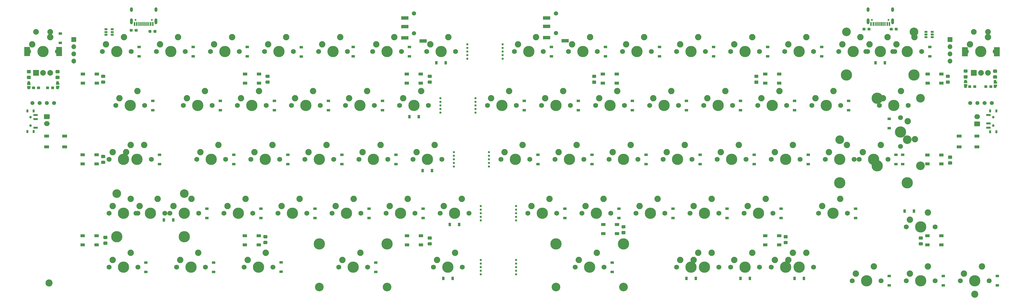
<source format=gbs>
%TF.GenerationSoftware,KiCad,Pcbnew,(5.1.4-0)*%
%TF.CreationDate,2022-08-29T09:53:46-04:00*%
%TF.ProjectId,Marvelous65 Split,4d617276-656c-46f7-9573-36352053706c,rev?*%
%TF.SameCoordinates,Original*%
%TF.FileFunction,Soldermask,Bot*%
%TF.FilePolarity,Negative*%
%FSLAX46Y46*%
G04 Gerber Fmt 4.6, Leading zero omitted, Abs format (unit mm)*
G04 Created by KiCad (PCBNEW (5.1.4-0)) date 2022-08-29 09:53:46*
%MOMM*%
%LPD*%
G04 APERTURE LIST*
%ADD10R,1.143000X0.635000*%
%ADD11C,1.750000*%
%ADD12C,2.250000*%
%ADD13C,3.987800*%
%ADD14C,0.787400*%
%ADD15C,3.048000*%
%ADD16C,0.900000*%
%ADD17R,1.500000X0.700000*%
%ADD18R,0.800000X1.000000*%
%ADD19R,1.060000X0.650000*%
%ADD20C,2.500000*%
%ADD21C,2.000000*%
%ADD22R,2.000000X3.200000*%
%ADD23R,2.000000X2.000000*%
%ADD24R,1.700000X1.000000*%
%ADD25C,0.100000*%
%ADD26C,0.950000*%
%ADD27C,1.397000*%
%ADD28C,1.700000*%
%ADD29O,2.000000X1.700000*%
%ADD30R,2.500000X1.200000*%
%ADD31C,1.500000*%
%ADD32R,1.700000X1.700000*%
%ADD33O,1.700000X1.700000*%
%ADD34O,1.000000X1.600000*%
%ADD35C,0.650000*%
%ADD36O,1.000000X2.100000*%
%ADD37R,0.300000X1.450000*%
%ADD38R,0.600000X1.450000*%
%ADD39R,1.500000X1.000000*%
%ADD40R,0.900000X1.200000*%
%ADD41R,1.200000X0.900000*%
%ADD42C,1.150000*%
G04 APERTURE END LIST*
D10*
%TO.C,JP4*%
X-10072385Y97736165D03*
X-10072385Y96735405D03*
%TD*%
%TO.C,JP3*%
X-20222385Y97626165D03*
X-20222385Y96625405D03*
%TD*%
%TO.C,JP2*%
X309857615Y97275405D03*
X309857615Y98276165D03*
%TD*%
%TO.C,JP1*%
X320367615Y97135405D03*
X320367615Y98136165D03*
%TD*%
D11*
%TO.C,K_T1*%
X120586950Y90067405D03*
X110426950Y90067405D03*
D12*
X111696950Y92607405D03*
D13*
X115506950Y90067405D03*
D12*
X118046950Y95147405D03*
%TD*%
D14*
%TO.C,REF\002A\002A*%
X151479115Y54510405D03*
X151479115Y53240405D03*
X151479115Y49430405D03*
X151479115Y50700405D03*
X151479115Y51970405D03*
%TD*%
%TO.C,REF\002A\002A*%
X139064865Y49430405D03*
X139064865Y50700405D03*
X139064865Y54510405D03*
X139064865Y53240405D03*
X139064865Y51970405D03*
%TD*%
%TO.C,REF\002A\002A*%
X151479115Y35460405D03*
X151479115Y34190405D03*
X151479115Y30380405D03*
X151479115Y31650405D03*
X151479115Y32920405D03*
%TD*%
%TO.C,REF\002A\002A*%
X139064865Y30380405D03*
X139064865Y31650405D03*
X139064865Y35460405D03*
X139064865Y34190405D03*
X139064865Y32920405D03*
%TD*%
%TO.C,REF\002A\002A*%
X141954115Y73560405D03*
X141954115Y72290405D03*
X141954115Y68480405D03*
X141954115Y69750405D03*
X141954115Y71020405D03*
%TD*%
%TO.C,REF\002A\002A*%
X129539865Y68480405D03*
X129539865Y69750405D03*
X129539865Y73560405D03*
X129539865Y72290405D03*
X129539865Y71020405D03*
%TD*%
%TO.C,REF\002A\002A*%
X124777365Y87530405D03*
X124777365Y88800405D03*
X124777365Y92610405D03*
X124777365Y91340405D03*
X124777365Y90070405D03*
%TD*%
%TO.C,REF\002A\002A*%
X137191615Y92610405D03*
X137191615Y91340405D03*
X137191615Y87530405D03*
X137191615Y88800405D03*
X137191615Y90070405D03*
%TD*%
%TO.C,REF\002A\002A*%
X146716615Y111660405D03*
X146716615Y110390405D03*
X146716615Y106580405D03*
X146716615Y107850405D03*
X146716615Y109120405D03*
%TD*%
%TO.C,REF\002A\002A*%
X134302365Y106580405D03*
X134302365Y107850405D03*
X134302365Y111660405D03*
X134302365Y110390405D03*
X134302365Y109120405D03*
%TD*%
D13*
%TO.C,ISO_ENTER1*%
X278701365Y92642155D03*
X278701365Y68766155D03*
D15*
X293941365Y92642155D03*
X293941365Y68766155D03*
D11*
X286956365Y75624155D03*
X286956365Y85784155D03*
D12*
X289496365Y84514155D03*
D13*
X286956365Y80704155D03*
D12*
X292036365Y78164155D03*
%TD*%
%TO.C,K_N1*%
X163285700Y57040575D03*
D13*
X160745700Y51960575D03*
D12*
X156935700Y54500575D03*
D11*
X155665700Y51960575D03*
X165825700Y51960575D03*
%TD*%
D13*
%TO.C,K_SPACE2*%
X105981950Y41172405D03*
X82169450Y41172405D03*
D15*
X105981950Y25932405D03*
X82169450Y25932405D03*
D11*
X99155700Y32917405D03*
X88995700Y32917405D03*
D12*
X90265700Y35457405D03*
D13*
X94075700Y32917405D03*
D12*
X96615700Y37997405D03*
%TD*%
D16*
%TO.C,SW6*%
X-19603635Y82985405D03*
X-19603635Y85985405D03*
D17*
X-17843635Y82235405D03*
X-17843635Y85235405D03*
X-17843635Y86735405D03*
D18*
X-20703635Y80835405D03*
X-20703635Y88135405D03*
X-18493635Y88135405D03*
X-18493635Y80835405D03*
%TD*%
D11*
%TO.C,K_FN2*%
X132493200Y32917405D03*
X122333200Y32917405D03*
D12*
X123603200Y35457405D03*
D13*
X127413200Y32917405D03*
D12*
X129953200Y37997405D03*
%TD*%
D13*
%TO.C,K_LSHIFT1*%
X34544450Y43712405D03*
X10731950Y43712405D03*
D15*
X34544450Y58952405D03*
X10731950Y58952405D03*
D11*
X27718200Y51967405D03*
X17558200Y51967405D03*
D12*
X18828200Y54507405D03*
D13*
X22638200Y51967405D03*
D12*
X25178200Y57047405D03*
%TD*%
D19*
%TO.C,U4*%
X6994450Y115092405D03*
X6994450Y116042405D03*
X6994450Y116992405D03*
X9194450Y116992405D03*
X9194450Y115092405D03*
X9194450Y116042405D03*
%TD*%
D20*
%TO.C,TP2*%
X-13080550Y27361155D03*
%TD*%
D21*
%TO.C,SW5*%
X-12686561Y116104566D03*
X-17686561Y116104566D03*
D22*
X-9586561Y109104566D03*
X-20786561Y109104566D03*
D21*
X-12686561Y101604566D03*
X-15186561Y101604566D03*
D23*
X-17686561Y101604566D03*
%TD*%
D24*
%TO.C,SW4*%
X-13933635Y75485405D03*
X-7633635Y75485405D03*
X-13933635Y79285405D03*
X-7633635Y79285405D03*
%TD*%
D25*
%TO.C,R12*%
G36*
X-9851021Y96860011D02*
G01*
X-9827966Y96856592D01*
X-9805357Y96850928D01*
X-9783413Y96843076D01*
X-9762343Y96833111D01*
X-9742352Y96821129D01*
X-9723632Y96807245D01*
X-9706362Y96791593D01*
X-9690710Y96774323D01*
X-9676826Y96755603D01*
X-9664844Y96735612D01*
X-9654879Y96714542D01*
X-9647027Y96692598D01*
X-9641363Y96669989D01*
X-9637944Y96646934D01*
X-9636800Y96623655D01*
X-9636800Y96048655D01*
X-9637944Y96025376D01*
X-9641363Y96002321D01*
X-9647027Y95979712D01*
X-9654879Y95957768D01*
X-9664844Y95936698D01*
X-9676826Y95916707D01*
X-9690710Y95897987D01*
X-9706362Y95880717D01*
X-9723632Y95865065D01*
X-9742352Y95851181D01*
X-9762343Y95839199D01*
X-9783413Y95829234D01*
X-9805357Y95821382D01*
X-9827966Y95815718D01*
X-9851021Y95812299D01*
X-9874300Y95811155D01*
X-10349300Y95811155D01*
X-10372579Y95812299D01*
X-10395634Y95815718D01*
X-10418243Y95821382D01*
X-10440187Y95829234D01*
X-10461257Y95839199D01*
X-10481248Y95851181D01*
X-10499968Y95865065D01*
X-10517238Y95880717D01*
X-10532890Y95897987D01*
X-10546774Y95916707D01*
X-10558756Y95936698D01*
X-10568721Y95957768D01*
X-10576573Y95979712D01*
X-10582237Y96002321D01*
X-10585656Y96025376D01*
X-10586800Y96048655D01*
X-10586800Y96623655D01*
X-10585656Y96646934D01*
X-10582237Y96669989D01*
X-10576573Y96692598D01*
X-10568721Y96714542D01*
X-10558756Y96735612D01*
X-10546774Y96755603D01*
X-10532890Y96774323D01*
X-10517238Y96791593D01*
X-10499968Y96807245D01*
X-10481248Y96821129D01*
X-10461257Y96833111D01*
X-10440187Y96843076D01*
X-10418243Y96850928D01*
X-10395634Y96856592D01*
X-10372579Y96860011D01*
X-10349300Y96861155D01*
X-9874300Y96861155D01*
X-9851021Y96860011D01*
X-9851021Y96860011D01*
G37*
D26*
X-10111800Y96336155D03*
D25*
G36*
X-9851021Y98610011D02*
G01*
X-9827966Y98606592D01*
X-9805357Y98600928D01*
X-9783413Y98593076D01*
X-9762343Y98583111D01*
X-9742352Y98571129D01*
X-9723632Y98557245D01*
X-9706362Y98541593D01*
X-9690710Y98524323D01*
X-9676826Y98505603D01*
X-9664844Y98485612D01*
X-9654879Y98464542D01*
X-9647027Y98442598D01*
X-9641363Y98419989D01*
X-9637944Y98396934D01*
X-9636800Y98373655D01*
X-9636800Y97798655D01*
X-9637944Y97775376D01*
X-9641363Y97752321D01*
X-9647027Y97729712D01*
X-9654879Y97707768D01*
X-9664844Y97686698D01*
X-9676826Y97666707D01*
X-9690710Y97647987D01*
X-9706362Y97630717D01*
X-9723632Y97615065D01*
X-9742352Y97601181D01*
X-9762343Y97589199D01*
X-9783413Y97579234D01*
X-9805357Y97571382D01*
X-9827966Y97565718D01*
X-9851021Y97562299D01*
X-9874300Y97561155D01*
X-10349300Y97561155D01*
X-10372579Y97562299D01*
X-10395634Y97565718D01*
X-10418243Y97571382D01*
X-10440187Y97579234D01*
X-10461257Y97589199D01*
X-10481248Y97601181D01*
X-10499968Y97615065D01*
X-10517238Y97630717D01*
X-10532890Y97647987D01*
X-10546774Y97666707D01*
X-10558756Y97686698D01*
X-10568721Y97707768D01*
X-10576573Y97729712D01*
X-10582237Y97752321D01*
X-10585656Y97775376D01*
X-10586800Y97798655D01*
X-10586800Y98373655D01*
X-10585656Y98396934D01*
X-10582237Y98419989D01*
X-10576573Y98442598D01*
X-10568721Y98464542D01*
X-10558756Y98485612D01*
X-10546774Y98505603D01*
X-10532890Y98524323D01*
X-10517238Y98541593D01*
X-10499968Y98557245D01*
X-10481248Y98571129D01*
X-10461257Y98583111D01*
X-10440187Y98593076D01*
X-10418243Y98600928D01*
X-10395634Y98606592D01*
X-10372579Y98610011D01*
X-10349300Y98611155D01*
X-9874300Y98611155D01*
X-9851021Y98610011D01*
X-9851021Y98610011D01*
G37*
D26*
X-10111800Y98086155D03*
%TD*%
D25*
%TO.C,R11*%
G36*
X-11544771Y96767261D02*
G01*
X-11521716Y96763842D01*
X-11499107Y96758178D01*
X-11477163Y96750326D01*
X-11456093Y96740361D01*
X-11436102Y96728379D01*
X-11417382Y96714495D01*
X-11400112Y96698843D01*
X-11384460Y96681573D01*
X-11370576Y96662853D01*
X-11358594Y96642862D01*
X-11348629Y96621792D01*
X-11340777Y96599848D01*
X-11335113Y96577239D01*
X-11331694Y96554184D01*
X-11330550Y96530905D01*
X-11330550Y96055905D01*
X-11331694Y96032626D01*
X-11335113Y96009571D01*
X-11340777Y95986962D01*
X-11348629Y95965018D01*
X-11358594Y95943948D01*
X-11370576Y95923957D01*
X-11384460Y95905237D01*
X-11400112Y95887967D01*
X-11417382Y95872315D01*
X-11436102Y95858431D01*
X-11456093Y95846449D01*
X-11477163Y95836484D01*
X-11499107Y95828632D01*
X-11521716Y95822968D01*
X-11544771Y95819549D01*
X-11568050Y95818405D01*
X-12143050Y95818405D01*
X-12166329Y95819549D01*
X-12189384Y95822968D01*
X-12211993Y95828632D01*
X-12233937Y95836484D01*
X-12255007Y95846449D01*
X-12274998Y95858431D01*
X-12293718Y95872315D01*
X-12310988Y95887967D01*
X-12326640Y95905237D01*
X-12340524Y95923957D01*
X-12352506Y95943948D01*
X-12362471Y95965018D01*
X-12370323Y95986962D01*
X-12375987Y96009571D01*
X-12379406Y96032626D01*
X-12380550Y96055905D01*
X-12380550Y96530905D01*
X-12379406Y96554184D01*
X-12375987Y96577239D01*
X-12370323Y96599848D01*
X-12362471Y96621792D01*
X-12352506Y96642862D01*
X-12340524Y96662853D01*
X-12326640Y96681573D01*
X-12310988Y96698843D01*
X-12293718Y96714495D01*
X-12274998Y96728379D01*
X-12255007Y96740361D01*
X-12233937Y96750326D01*
X-12211993Y96758178D01*
X-12189384Y96763842D01*
X-12166329Y96767261D01*
X-12143050Y96768405D01*
X-11568050Y96768405D01*
X-11544771Y96767261D01*
X-11544771Y96767261D01*
G37*
D26*
X-11855550Y96293405D03*
D25*
G36*
X-13294771Y96767261D02*
G01*
X-13271716Y96763842D01*
X-13249107Y96758178D01*
X-13227163Y96750326D01*
X-13206093Y96740361D01*
X-13186102Y96728379D01*
X-13167382Y96714495D01*
X-13150112Y96698843D01*
X-13134460Y96681573D01*
X-13120576Y96662853D01*
X-13108594Y96642862D01*
X-13098629Y96621792D01*
X-13090777Y96599848D01*
X-13085113Y96577239D01*
X-13081694Y96554184D01*
X-13080550Y96530905D01*
X-13080550Y96055905D01*
X-13081694Y96032626D01*
X-13085113Y96009571D01*
X-13090777Y95986962D01*
X-13098629Y95965018D01*
X-13108594Y95943948D01*
X-13120576Y95923957D01*
X-13134460Y95905237D01*
X-13150112Y95887967D01*
X-13167382Y95872315D01*
X-13186102Y95858431D01*
X-13206093Y95846449D01*
X-13227163Y95836484D01*
X-13249107Y95828632D01*
X-13271716Y95822968D01*
X-13294771Y95819549D01*
X-13318050Y95818405D01*
X-13893050Y95818405D01*
X-13916329Y95819549D01*
X-13939384Y95822968D01*
X-13961993Y95828632D01*
X-13983937Y95836484D01*
X-14005007Y95846449D01*
X-14024998Y95858431D01*
X-14043718Y95872315D01*
X-14060988Y95887967D01*
X-14076640Y95905237D01*
X-14090524Y95923957D01*
X-14102506Y95943948D01*
X-14112471Y95965018D01*
X-14120323Y95986962D01*
X-14125987Y96009571D01*
X-14129406Y96032626D01*
X-14130550Y96055905D01*
X-14130550Y96530905D01*
X-14129406Y96554184D01*
X-14125987Y96577239D01*
X-14120323Y96599848D01*
X-14112471Y96621792D01*
X-14102506Y96642862D01*
X-14090524Y96662853D01*
X-14076640Y96681573D01*
X-14060988Y96698843D01*
X-14043718Y96714495D01*
X-14024998Y96728379D01*
X-14005007Y96740361D01*
X-13983937Y96750326D01*
X-13961993Y96758178D01*
X-13939384Y96763842D01*
X-13916329Y96767261D01*
X-13893050Y96768405D01*
X-13318050Y96768405D01*
X-13294771Y96767261D01*
X-13294771Y96767261D01*
G37*
D26*
X-13605550Y96293405D03*
%TD*%
D25*
%TO.C,R10*%
G36*
X-18244771Y96767261D02*
G01*
X-18221716Y96763842D01*
X-18199107Y96758178D01*
X-18177163Y96750326D01*
X-18156093Y96740361D01*
X-18136102Y96728379D01*
X-18117382Y96714495D01*
X-18100112Y96698843D01*
X-18084460Y96681573D01*
X-18070576Y96662853D01*
X-18058594Y96642862D01*
X-18048629Y96621792D01*
X-18040777Y96599848D01*
X-18035113Y96577239D01*
X-18031694Y96554184D01*
X-18030550Y96530905D01*
X-18030550Y96055905D01*
X-18031694Y96032626D01*
X-18035113Y96009571D01*
X-18040777Y95986962D01*
X-18048629Y95965018D01*
X-18058594Y95943948D01*
X-18070576Y95923957D01*
X-18084460Y95905237D01*
X-18100112Y95887967D01*
X-18117382Y95872315D01*
X-18136102Y95858431D01*
X-18156093Y95846449D01*
X-18177163Y95836484D01*
X-18199107Y95828632D01*
X-18221716Y95822968D01*
X-18244771Y95819549D01*
X-18268050Y95818405D01*
X-18843050Y95818405D01*
X-18866329Y95819549D01*
X-18889384Y95822968D01*
X-18911993Y95828632D01*
X-18933937Y95836484D01*
X-18955007Y95846449D01*
X-18974998Y95858431D01*
X-18993718Y95872315D01*
X-19010988Y95887967D01*
X-19026640Y95905237D01*
X-19040524Y95923957D01*
X-19052506Y95943948D01*
X-19062471Y95965018D01*
X-19070323Y95986962D01*
X-19075987Y96009571D01*
X-19079406Y96032626D01*
X-19080550Y96055905D01*
X-19080550Y96530905D01*
X-19079406Y96554184D01*
X-19075987Y96577239D01*
X-19070323Y96599848D01*
X-19062471Y96621792D01*
X-19052506Y96642862D01*
X-19040524Y96662853D01*
X-19026640Y96681573D01*
X-19010988Y96698843D01*
X-18993718Y96714495D01*
X-18974998Y96728379D01*
X-18955007Y96740361D01*
X-18933937Y96750326D01*
X-18911993Y96758178D01*
X-18889384Y96763842D01*
X-18866329Y96767261D01*
X-18843050Y96768405D01*
X-18268050Y96768405D01*
X-18244771Y96767261D01*
X-18244771Y96767261D01*
G37*
D26*
X-18555550Y96293405D03*
D25*
G36*
X-16494771Y96767261D02*
G01*
X-16471716Y96763842D01*
X-16449107Y96758178D01*
X-16427163Y96750326D01*
X-16406093Y96740361D01*
X-16386102Y96728379D01*
X-16367382Y96714495D01*
X-16350112Y96698843D01*
X-16334460Y96681573D01*
X-16320576Y96662853D01*
X-16308594Y96642862D01*
X-16298629Y96621792D01*
X-16290777Y96599848D01*
X-16285113Y96577239D01*
X-16281694Y96554184D01*
X-16280550Y96530905D01*
X-16280550Y96055905D01*
X-16281694Y96032626D01*
X-16285113Y96009571D01*
X-16290777Y95986962D01*
X-16298629Y95965018D01*
X-16308594Y95943948D01*
X-16320576Y95923957D01*
X-16334460Y95905237D01*
X-16350112Y95887967D01*
X-16367382Y95872315D01*
X-16386102Y95858431D01*
X-16406093Y95846449D01*
X-16427163Y95836484D01*
X-16449107Y95828632D01*
X-16471716Y95822968D01*
X-16494771Y95819549D01*
X-16518050Y95818405D01*
X-17093050Y95818405D01*
X-17116329Y95819549D01*
X-17139384Y95822968D01*
X-17161993Y95828632D01*
X-17183937Y95836484D01*
X-17205007Y95846449D01*
X-17224998Y95858431D01*
X-17243718Y95872315D01*
X-17260988Y95887967D01*
X-17276640Y95905237D01*
X-17290524Y95923957D01*
X-17302506Y95943948D01*
X-17312471Y95965018D01*
X-17320323Y95986962D01*
X-17325987Y96009571D01*
X-17329406Y96032626D01*
X-17330550Y96055905D01*
X-17330550Y96530905D01*
X-17329406Y96554184D01*
X-17325987Y96577239D01*
X-17320323Y96599848D01*
X-17312471Y96621792D01*
X-17302506Y96642862D01*
X-17290524Y96662853D01*
X-17276640Y96681573D01*
X-17260988Y96698843D01*
X-17243718Y96714495D01*
X-17224998Y96728379D01*
X-17205007Y96740361D01*
X-17183937Y96750326D01*
X-17161993Y96758178D01*
X-17139384Y96763842D01*
X-17116329Y96767261D01*
X-17093050Y96768405D01*
X-16518050Y96768405D01*
X-16494771Y96767261D01*
X-16494771Y96767261D01*
G37*
D26*
X-16805550Y96293405D03*
%TD*%
D25*
%TO.C,R9*%
G36*
X-19963521Y98610011D02*
G01*
X-19940466Y98606592D01*
X-19917857Y98600928D01*
X-19895913Y98593076D01*
X-19874843Y98583111D01*
X-19854852Y98571129D01*
X-19836132Y98557245D01*
X-19818862Y98541593D01*
X-19803210Y98524323D01*
X-19789326Y98505603D01*
X-19777344Y98485612D01*
X-19767379Y98464542D01*
X-19759527Y98442598D01*
X-19753863Y98419989D01*
X-19750444Y98396934D01*
X-19749300Y98373655D01*
X-19749300Y97798655D01*
X-19750444Y97775376D01*
X-19753863Y97752321D01*
X-19759527Y97729712D01*
X-19767379Y97707768D01*
X-19777344Y97686698D01*
X-19789326Y97666707D01*
X-19803210Y97647987D01*
X-19818862Y97630717D01*
X-19836132Y97615065D01*
X-19854852Y97601181D01*
X-19874843Y97589199D01*
X-19895913Y97579234D01*
X-19917857Y97571382D01*
X-19940466Y97565718D01*
X-19963521Y97562299D01*
X-19986800Y97561155D01*
X-20461800Y97561155D01*
X-20485079Y97562299D01*
X-20508134Y97565718D01*
X-20530743Y97571382D01*
X-20552687Y97579234D01*
X-20573757Y97589199D01*
X-20593748Y97601181D01*
X-20612468Y97615065D01*
X-20629738Y97630717D01*
X-20645390Y97647987D01*
X-20659274Y97666707D01*
X-20671256Y97686698D01*
X-20681221Y97707768D01*
X-20689073Y97729712D01*
X-20694737Y97752321D01*
X-20698156Y97775376D01*
X-20699300Y97798655D01*
X-20699300Y98373655D01*
X-20698156Y98396934D01*
X-20694737Y98419989D01*
X-20689073Y98442598D01*
X-20681221Y98464542D01*
X-20671256Y98485612D01*
X-20659274Y98505603D01*
X-20645390Y98524323D01*
X-20629738Y98541593D01*
X-20612468Y98557245D01*
X-20593748Y98571129D01*
X-20573757Y98583111D01*
X-20552687Y98593076D01*
X-20530743Y98600928D01*
X-20508134Y98606592D01*
X-20485079Y98610011D01*
X-20461800Y98611155D01*
X-19986800Y98611155D01*
X-19963521Y98610011D01*
X-19963521Y98610011D01*
G37*
D26*
X-20224300Y98086155D03*
D25*
G36*
X-19963521Y96860011D02*
G01*
X-19940466Y96856592D01*
X-19917857Y96850928D01*
X-19895913Y96843076D01*
X-19874843Y96833111D01*
X-19854852Y96821129D01*
X-19836132Y96807245D01*
X-19818862Y96791593D01*
X-19803210Y96774323D01*
X-19789326Y96755603D01*
X-19777344Y96735612D01*
X-19767379Y96714542D01*
X-19759527Y96692598D01*
X-19753863Y96669989D01*
X-19750444Y96646934D01*
X-19749300Y96623655D01*
X-19749300Y96048655D01*
X-19750444Y96025376D01*
X-19753863Y96002321D01*
X-19759527Y95979712D01*
X-19767379Y95957768D01*
X-19777344Y95936698D01*
X-19789326Y95916707D01*
X-19803210Y95897987D01*
X-19818862Y95880717D01*
X-19836132Y95865065D01*
X-19854852Y95851181D01*
X-19874843Y95839199D01*
X-19895913Y95829234D01*
X-19917857Y95821382D01*
X-19940466Y95815718D01*
X-19963521Y95812299D01*
X-19986800Y95811155D01*
X-20461800Y95811155D01*
X-20485079Y95812299D01*
X-20508134Y95815718D01*
X-20530743Y95821382D01*
X-20552687Y95829234D01*
X-20573757Y95839199D01*
X-20593748Y95851181D01*
X-20612468Y95865065D01*
X-20629738Y95880717D01*
X-20645390Y95897987D01*
X-20659274Y95916707D01*
X-20671256Y95936698D01*
X-20681221Y95957768D01*
X-20689073Y95979712D01*
X-20694737Y96002321D01*
X-20698156Y96025376D01*
X-20699300Y96048655D01*
X-20699300Y96623655D01*
X-20698156Y96646934D01*
X-20694737Y96669989D01*
X-20689073Y96692598D01*
X-20681221Y96714542D01*
X-20671256Y96735612D01*
X-20659274Y96755603D01*
X-20645390Y96774323D01*
X-20629738Y96791593D01*
X-20612468Y96807245D01*
X-20593748Y96821129D01*
X-20573757Y96833111D01*
X-20552687Y96843076D01*
X-20530743Y96850928D01*
X-20508134Y96856592D01*
X-20485079Y96860011D01*
X-20461800Y96861155D01*
X-19986800Y96861155D01*
X-19963521Y96860011D01*
X-19963521Y96860011D01*
G37*
D26*
X-20224300Y96336155D03*
%TD*%
D25*
%TO.C,R8*%
G36*
X24536479Y116735011D02*
G01*
X24559534Y116731592D01*
X24582143Y116725928D01*
X24604087Y116718076D01*
X24625157Y116708111D01*
X24645148Y116696129D01*
X24663868Y116682245D01*
X24681138Y116666593D01*
X24696790Y116649323D01*
X24710674Y116630603D01*
X24722656Y116610612D01*
X24732621Y116589542D01*
X24740473Y116567598D01*
X24746137Y116544989D01*
X24749556Y116521934D01*
X24750700Y116498655D01*
X24750700Y116023655D01*
X24749556Y116000376D01*
X24746137Y115977321D01*
X24740473Y115954712D01*
X24732621Y115932768D01*
X24722656Y115911698D01*
X24710674Y115891707D01*
X24696790Y115872987D01*
X24681138Y115855717D01*
X24663868Y115840065D01*
X24645148Y115826181D01*
X24625157Y115814199D01*
X24604087Y115804234D01*
X24582143Y115796382D01*
X24559534Y115790718D01*
X24536479Y115787299D01*
X24513200Y115786155D01*
X23938200Y115786155D01*
X23914921Y115787299D01*
X23891866Y115790718D01*
X23869257Y115796382D01*
X23847313Y115804234D01*
X23826243Y115814199D01*
X23806252Y115826181D01*
X23787532Y115840065D01*
X23770262Y115855717D01*
X23754610Y115872987D01*
X23740726Y115891707D01*
X23728744Y115911698D01*
X23718779Y115932768D01*
X23710927Y115954712D01*
X23705263Y115977321D01*
X23701844Y116000376D01*
X23700700Y116023655D01*
X23700700Y116498655D01*
X23701844Y116521934D01*
X23705263Y116544989D01*
X23710927Y116567598D01*
X23718779Y116589542D01*
X23728744Y116610612D01*
X23740726Y116630603D01*
X23754610Y116649323D01*
X23770262Y116666593D01*
X23787532Y116682245D01*
X23806252Y116696129D01*
X23826243Y116708111D01*
X23847313Y116718076D01*
X23869257Y116725928D01*
X23891866Y116731592D01*
X23914921Y116735011D01*
X23938200Y116736155D01*
X24513200Y116736155D01*
X24536479Y116735011D01*
X24536479Y116735011D01*
G37*
D26*
X24225700Y116261155D03*
D25*
G36*
X22786479Y116735011D02*
G01*
X22809534Y116731592D01*
X22832143Y116725928D01*
X22854087Y116718076D01*
X22875157Y116708111D01*
X22895148Y116696129D01*
X22913868Y116682245D01*
X22931138Y116666593D01*
X22946790Y116649323D01*
X22960674Y116630603D01*
X22972656Y116610612D01*
X22982621Y116589542D01*
X22990473Y116567598D01*
X22996137Y116544989D01*
X22999556Y116521934D01*
X23000700Y116498655D01*
X23000700Y116023655D01*
X22999556Y116000376D01*
X22996137Y115977321D01*
X22990473Y115954712D01*
X22982621Y115932768D01*
X22972656Y115911698D01*
X22960674Y115891707D01*
X22946790Y115872987D01*
X22931138Y115855717D01*
X22913868Y115840065D01*
X22895148Y115826181D01*
X22875157Y115814199D01*
X22854087Y115804234D01*
X22832143Y115796382D01*
X22809534Y115790718D01*
X22786479Y115787299D01*
X22763200Y115786155D01*
X22188200Y115786155D01*
X22164921Y115787299D01*
X22141866Y115790718D01*
X22119257Y115796382D01*
X22097313Y115804234D01*
X22076243Y115814199D01*
X22056252Y115826181D01*
X22037532Y115840065D01*
X22020262Y115855717D01*
X22004610Y115872987D01*
X21990726Y115891707D01*
X21978744Y115911698D01*
X21968779Y115932768D01*
X21960927Y115954712D01*
X21955263Y115977321D01*
X21951844Y116000376D01*
X21950700Y116023655D01*
X21950700Y116498655D01*
X21951844Y116521934D01*
X21955263Y116544989D01*
X21960927Y116567598D01*
X21968779Y116589542D01*
X21978744Y116610612D01*
X21990726Y116630603D01*
X22004610Y116649323D01*
X22020262Y116666593D01*
X22037532Y116682245D01*
X22056252Y116696129D01*
X22076243Y116708111D01*
X22097313Y116718076D01*
X22119257Y116725928D01*
X22141866Y116731592D01*
X22164921Y116735011D01*
X22188200Y116736155D01*
X22763200Y116736155D01*
X22786479Y116735011D01*
X22786479Y116735011D01*
G37*
D26*
X22475700Y116261155D03*
%TD*%
D25*
%TO.C,R7*%
G36*
X16155229Y117116261D02*
G01*
X16178284Y117112842D01*
X16200893Y117107178D01*
X16222837Y117099326D01*
X16243907Y117089361D01*
X16263898Y117077379D01*
X16282618Y117063495D01*
X16299888Y117047843D01*
X16315540Y117030573D01*
X16329424Y117011853D01*
X16341406Y116991862D01*
X16351371Y116970792D01*
X16359223Y116948848D01*
X16364887Y116926239D01*
X16368306Y116903184D01*
X16369450Y116879905D01*
X16369450Y116404905D01*
X16368306Y116381626D01*
X16364887Y116358571D01*
X16359223Y116335962D01*
X16351371Y116314018D01*
X16341406Y116292948D01*
X16329424Y116272957D01*
X16315540Y116254237D01*
X16299888Y116236967D01*
X16282618Y116221315D01*
X16263898Y116207431D01*
X16243907Y116195449D01*
X16222837Y116185484D01*
X16200893Y116177632D01*
X16178284Y116171968D01*
X16155229Y116168549D01*
X16131950Y116167405D01*
X15556950Y116167405D01*
X15533671Y116168549D01*
X15510616Y116171968D01*
X15488007Y116177632D01*
X15466063Y116185484D01*
X15444993Y116195449D01*
X15425002Y116207431D01*
X15406282Y116221315D01*
X15389012Y116236967D01*
X15373360Y116254237D01*
X15359476Y116272957D01*
X15347494Y116292948D01*
X15337529Y116314018D01*
X15329677Y116335962D01*
X15324013Y116358571D01*
X15320594Y116381626D01*
X15319450Y116404905D01*
X15319450Y116879905D01*
X15320594Y116903184D01*
X15324013Y116926239D01*
X15329677Y116948848D01*
X15337529Y116970792D01*
X15347494Y116991862D01*
X15359476Y117011853D01*
X15373360Y117030573D01*
X15389012Y117047843D01*
X15406282Y117063495D01*
X15425002Y117077379D01*
X15444993Y117089361D01*
X15466063Y117099326D01*
X15488007Y117107178D01*
X15510616Y117112842D01*
X15533671Y117116261D01*
X15556950Y117117405D01*
X16131950Y117117405D01*
X16155229Y117116261D01*
X16155229Y117116261D01*
G37*
D26*
X15844450Y116642405D03*
D25*
G36*
X17905229Y117116261D02*
G01*
X17928284Y117112842D01*
X17950893Y117107178D01*
X17972837Y117099326D01*
X17993907Y117089361D01*
X18013898Y117077379D01*
X18032618Y117063495D01*
X18049888Y117047843D01*
X18065540Y117030573D01*
X18079424Y117011853D01*
X18091406Y116991862D01*
X18101371Y116970792D01*
X18109223Y116948848D01*
X18114887Y116926239D01*
X18118306Y116903184D01*
X18119450Y116879905D01*
X18119450Y116404905D01*
X18118306Y116381626D01*
X18114887Y116358571D01*
X18109223Y116335962D01*
X18101371Y116314018D01*
X18091406Y116292948D01*
X18079424Y116272957D01*
X18065540Y116254237D01*
X18049888Y116236967D01*
X18032618Y116221315D01*
X18013898Y116207431D01*
X17993907Y116195449D01*
X17972837Y116185484D01*
X17950893Y116177632D01*
X17928284Y116171968D01*
X17905229Y116168549D01*
X17881950Y116167405D01*
X17306950Y116167405D01*
X17283671Y116168549D01*
X17260616Y116171968D01*
X17238007Y116177632D01*
X17216063Y116185484D01*
X17194993Y116195449D01*
X17175002Y116207431D01*
X17156282Y116221315D01*
X17139012Y116236967D01*
X17123360Y116254237D01*
X17109476Y116272957D01*
X17097494Y116292948D01*
X17087529Y116314018D01*
X17079677Y116335962D01*
X17074013Y116358571D01*
X17070594Y116381626D01*
X17069450Y116404905D01*
X17069450Y116879905D01*
X17070594Y116903184D01*
X17074013Y116926239D01*
X17079677Y116948848D01*
X17087529Y116970792D01*
X17097494Y116991862D01*
X17109476Y117011853D01*
X17123360Y117030573D01*
X17139012Y117047843D01*
X17156282Y117063495D01*
X17175002Y117077379D01*
X17194993Y117089361D01*
X17216063Y117099326D01*
X17238007Y117107178D01*
X17260616Y117112842D01*
X17283671Y117116261D01*
X17306950Y117117405D01*
X17881950Y117117405D01*
X17905229Y117116261D01*
X17905229Y117116261D01*
G37*
D26*
X17594450Y116642405D03*
%TD*%
D27*
%TO.C,OL2*%
X-11352257Y90957748D03*
X-13892257Y90957748D03*
X-16432257Y90957748D03*
X-18972257Y90957748D03*
%TD*%
D12*
%TO.C,L_ENC1*%
X-12660243Y114197305D03*
D13*
X-15200243Y109117305D03*
D12*
X-19010243Y111657305D03*
D11*
X-20280243Y109117305D03*
X-10120243Y109117305D03*
%TD*%
%TO.C,K_Z1*%
X58674450Y51967405D03*
X48514450Y51967405D03*
D12*
X49784450Y54507405D03*
D13*
X53594450Y51967405D03*
D12*
X56134450Y57047405D03*
%TD*%
D11*
%TO.C,K_X1*%
X77724450Y51967405D03*
X67564450Y51967405D03*
D12*
X68834450Y54507405D03*
D13*
X72644450Y51967405D03*
D12*
X75184450Y57047405D03*
%TD*%
D11*
%TO.C,K_WIN1*%
X42005700Y32917405D03*
X31845700Y32917405D03*
D12*
X33115700Y35457405D03*
D13*
X36925700Y32917405D03*
D12*
X39465700Y37997405D03*
%TD*%
D11*
%TO.C,K_W1*%
X63436950Y90067405D03*
X53276950Y90067405D03*
D12*
X54546950Y92607405D03*
D13*
X58356950Y90067405D03*
D12*
X60896950Y95147405D03*
%TD*%
D11*
%TO.C,K_V1*%
X115824450Y51967405D03*
X105664450Y51967405D03*
D12*
X106934450Y54507405D03*
D13*
X110744450Y51967405D03*
D12*
X113284450Y57047405D03*
%TD*%
D11*
%TO.C,K_TAB1*%
X20574450Y90067405D03*
X10414450Y90067405D03*
D12*
X11684450Y92607405D03*
D13*
X15494450Y90067405D03*
D12*
X18034450Y95147405D03*
%TD*%
D11*
%TO.C,K_SHIFT_ISO1*%
X18193200Y51967405D03*
X8033200Y51967405D03*
D12*
X9303200Y54507405D03*
D13*
X13113200Y51967405D03*
D12*
X15653200Y57047405D03*
%TD*%
D11*
%TO.C,K_S1*%
X68199450Y71017405D03*
X58039450Y71017405D03*
D12*
X59309450Y73557405D03*
D13*
X63119450Y71017405D03*
D12*
X65659450Y76097405D03*
%TD*%
D11*
%TO.C,K_R1*%
X101536950Y90067405D03*
X91376950Y90067405D03*
D12*
X92646950Y92607405D03*
D13*
X96456950Y90067405D03*
D12*
X98996950Y95147405D03*
%TD*%
D11*
%TO.C,K_Q1*%
X44386950Y90067405D03*
X34226950Y90067405D03*
D12*
X35496950Y92607405D03*
D13*
X39306950Y90067405D03*
D12*
X41846950Y95147405D03*
%TD*%
D11*
%TO.C,K_NUM6*%
X130111950Y109117405D03*
X119951950Y109117405D03*
D12*
X121221950Y111657405D03*
D13*
X125031950Y109117405D03*
D12*
X127571950Y114197405D03*
%TD*%
D11*
%TO.C,K_NUM5*%
X111061950Y109117405D03*
X100901950Y109117405D03*
D12*
X102171950Y111657405D03*
D13*
X105981950Y109117405D03*
D12*
X108521950Y114197405D03*
%TD*%
D11*
%TO.C,K_NUM4*%
X92011950Y109117405D03*
X81851950Y109117405D03*
D12*
X83121950Y111657405D03*
D13*
X86931950Y109117405D03*
D12*
X89471950Y114197405D03*
%TD*%
D11*
%TO.C,K_NUM3*%
X72961950Y109117405D03*
X62801950Y109117405D03*
D12*
X64071950Y111657405D03*
D13*
X67881950Y109117405D03*
D12*
X70421950Y114197405D03*
%TD*%
D11*
%TO.C,K_NUM2*%
X53911950Y109117405D03*
X43751950Y109117405D03*
D12*
X45021950Y111657405D03*
D13*
X48831950Y109117405D03*
D12*
X51371950Y114197405D03*
%TD*%
D11*
%TO.C,K_NUM1*%
X34861950Y109117405D03*
X24701950Y109117405D03*
D12*
X25971950Y111657405D03*
D13*
X29781950Y109117405D03*
D12*
X32321950Y114197405D03*
%TD*%
D11*
%TO.C,K_ISO_K1*%
X39624450Y51967405D03*
X29464450Y51967405D03*
D12*
X30734450Y54507405D03*
D13*
X34544450Y51967405D03*
D12*
X37084450Y57047405D03*
%TD*%
D11*
%TO.C,K_GRAVE1*%
X15811950Y109117405D03*
X5651950Y109117405D03*
D12*
X6921950Y111657405D03*
D13*
X10731950Y109117405D03*
D12*
X13271950Y114197405D03*
%TD*%
D11*
%TO.C,K_G1*%
X125349450Y71017405D03*
X115189450Y71017405D03*
D12*
X116459450Y73557405D03*
D13*
X120269450Y71017405D03*
D12*
X122809450Y76097405D03*
%TD*%
D11*
%TO.C,K_F1*%
X106299450Y71017405D03*
X96139450Y71017405D03*
D12*
X97409450Y73557405D03*
D13*
X101219450Y71017405D03*
D12*
X103759450Y76097405D03*
%TD*%
D11*
%TO.C,K_E1*%
X82486950Y90067405D03*
X72326950Y90067405D03*
D12*
X73596950Y92607405D03*
D13*
X77406950Y90067405D03*
D12*
X79946950Y95147405D03*
%TD*%
D11*
%TO.C,K_D1*%
X87249450Y71017405D03*
X77089450Y71017405D03*
D12*
X78359450Y73557405D03*
D13*
X82169450Y71017405D03*
D12*
X84709450Y76097405D03*
%TD*%
D11*
%TO.C,K_CTRL3*%
X18193200Y32917405D03*
X8033200Y32917405D03*
D12*
X9303200Y35457405D03*
D13*
X13113200Y32917405D03*
D12*
X15653200Y37997405D03*
%TD*%
D11*
%TO.C,K_CAPS_STEP1*%
X18193200Y71017405D03*
X8033200Y71017405D03*
D12*
X9303200Y73557405D03*
D13*
X13113200Y71017405D03*
D12*
X15653200Y76097405D03*
%TD*%
D11*
%TO.C,K_CAPS1*%
X22955700Y71017405D03*
X12795700Y71017405D03*
D12*
X14065700Y73557405D03*
D13*
X17875700Y71017405D03*
D12*
X20415700Y76097405D03*
%TD*%
D11*
%TO.C,K_C1*%
X96774450Y51967405D03*
X86614450Y51967405D03*
D12*
X87884450Y54507405D03*
D13*
X91694450Y51967405D03*
D12*
X94234450Y57047405D03*
%TD*%
D11*
%TO.C,K_B1*%
X134874450Y51967405D03*
X124714450Y51967405D03*
D12*
X125984450Y54507405D03*
D13*
X129794450Y51967405D03*
D12*
X132334450Y57047405D03*
%TD*%
D11*
%TO.C,K_ALT3*%
X65818200Y32917405D03*
X55658200Y32917405D03*
D12*
X56928200Y35457405D03*
D13*
X60738200Y32917405D03*
D12*
X63278200Y37997405D03*
%TD*%
D11*
%TO.C,K_A1*%
X49149450Y71017405D03*
X38989450Y71017405D03*
D12*
X40259450Y73557405D03*
D13*
X44069450Y71017405D03*
D12*
X46609450Y76097405D03*
%TD*%
D25*
%TO.C,J8*%
G36*
X-13109131Y86974201D02*
G01*
X-13084862Y86970601D01*
X-13061064Y86964640D01*
X-13037964Y86956375D01*
X-13015786Y86945885D01*
X-12994742Y86933272D01*
X-12975037Y86918658D01*
X-12956858Y86902182D01*
X-12940382Y86884003D01*
X-12925768Y86864298D01*
X-12913155Y86843254D01*
X-12902665Y86821076D01*
X-12894400Y86797976D01*
X-12888439Y86774178D01*
X-12884839Y86749909D01*
X-12883635Y86725405D01*
X-12883635Y85525405D01*
X-12884839Y85500901D01*
X-12888439Y85476632D01*
X-12894400Y85452834D01*
X-12902665Y85429734D01*
X-12913155Y85407556D01*
X-12925768Y85386512D01*
X-12940382Y85366807D01*
X-12956858Y85348628D01*
X-12975037Y85332152D01*
X-12994742Y85317538D01*
X-13015786Y85304925D01*
X-13037964Y85294435D01*
X-13061064Y85286170D01*
X-13084862Y85280209D01*
X-13109131Y85276609D01*
X-13133635Y85275405D01*
X-14633635Y85275405D01*
X-14658139Y85276609D01*
X-14682408Y85280209D01*
X-14706206Y85286170D01*
X-14729306Y85294435D01*
X-14751484Y85304925D01*
X-14772528Y85317538D01*
X-14792233Y85332152D01*
X-14810412Y85348628D01*
X-14826888Y85366807D01*
X-14841502Y85386512D01*
X-14854115Y85407556D01*
X-14864605Y85429734D01*
X-14872870Y85452834D01*
X-14878831Y85476632D01*
X-14882431Y85500901D01*
X-14883635Y85525405D01*
X-14883635Y86725405D01*
X-14882431Y86749909D01*
X-14878831Y86774178D01*
X-14872870Y86797976D01*
X-14864605Y86821076D01*
X-14854115Y86843254D01*
X-14841502Y86864298D01*
X-14826888Y86884003D01*
X-14810412Y86902182D01*
X-14792233Y86918658D01*
X-14772528Y86933272D01*
X-14751484Y86945885D01*
X-14729306Y86956375D01*
X-14706206Y86964640D01*
X-14682408Y86970601D01*
X-14658139Y86974201D01*
X-14633635Y86975405D01*
X-13133635Y86975405D01*
X-13109131Y86974201D01*
X-13109131Y86974201D01*
G37*
D28*
X-13883635Y86125405D03*
D29*
X-13883635Y83625405D03*
%TD*%
D30*
%TO.C,J7*%
X118754450Y112877405D03*
X112254450Y113977405D03*
X112254450Y117977405D03*
X112254450Y120977405D03*
D31*
X115504450Y122577405D03*
X115504450Y115577405D03*
%TD*%
D32*
%TO.C,J6*%
X-4403635Y113385405D03*
D33*
X-4403635Y110845405D03*
X-4403635Y108305405D03*
X-4403635Y105765405D03*
%TD*%
D34*
%TO.C,J5*%
X24574450Y123967405D03*
D35*
X23144450Y120317405D03*
D34*
X15934450Y123967405D03*
D35*
X17364450Y120317405D03*
D36*
X15934450Y119787405D03*
X24574450Y119787405D03*
D37*
X20004450Y118872405D03*
X22004450Y118872405D03*
X21504450Y118872405D03*
X21004450Y118872405D03*
X20504450Y118872405D03*
X19504450Y118872405D03*
X19004450Y118872405D03*
X18504450Y118872405D03*
D38*
X23504450Y118872405D03*
X22704450Y118872405D03*
X17804450Y118872405D03*
X17004450Y118872405D03*
X17004450Y118872405D03*
X17804450Y118872405D03*
X22704450Y118872405D03*
X23504450Y118872405D03*
%TD*%
D39*
%TO.C,D84*%
X3656950Y72617405D03*
X3656950Y69417405D03*
X-1243050Y72617405D03*
X-1243050Y69417405D03*
%TD*%
%TO.C,D83*%
X3656950Y44042405D03*
X3656950Y40842405D03*
X-1243050Y44042405D03*
X-1243050Y40842405D03*
%TD*%
%TO.C,D82*%
X3725700Y101204905D03*
X3725700Y98004905D03*
X-1174300Y101204905D03*
X-1174300Y98004905D03*
%TD*%
D40*
%TO.C,D81*%
X128081365Y48001655D03*
X131381365Y48001655D03*
%TD*%
%TO.C,D80*%
X123381365Y105151655D03*
X126681365Y105151655D03*
%TD*%
%TO.C,D79*%
X125825115Y28951655D03*
X129125115Y28951655D03*
%TD*%
D41*
%TO.C,D78*%
X118681950Y50317405D03*
X118681950Y53617405D03*
%TD*%
D40*
%TO.C,D77*%
X118556365Y67051655D03*
X121856365Y67051655D03*
%TD*%
%TO.C,D76*%
X113918865Y86101655D03*
X117218865Y86101655D03*
%TD*%
D41*
%TO.C,D75*%
X113919450Y107467405D03*
X113919450Y110767405D03*
%TD*%
D39*
%TO.C,D74*%
X60806950Y44042405D03*
X60806950Y40842405D03*
X55906950Y44042405D03*
X55906950Y40842405D03*
%TD*%
%TO.C,D73*%
X60875700Y101179905D03*
X60875700Y97979905D03*
X55975700Y101179905D03*
X55975700Y97979905D03*
%TD*%
D41*
%TO.C,D72*%
X102013200Y31267405D03*
X102013200Y34567405D03*
%TD*%
%TO.C,D71*%
X99631950Y50317405D03*
X99631950Y53617405D03*
%TD*%
%TO.C,D70*%
X109156950Y69367405D03*
X109156950Y72667405D03*
%TD*%
%TO.C,D69*%
X104394450Y88417405D03*
X104394450Y91717405D03*
%TD*%
%TO.C,D68*%
X94075700Y107467405D03*
X94075700Y110767405D03*
%TD*%
%TO.C,D67*%
X80581950Y50317405D03*
X80581950Y53617405D03*
%TD*%
%TO.C,D66*%
X90106950Y69367405D03*
X90106950Y72667405D03*
%TD*%
%TO.C,D65*%
X85344450Y88417405D03*
X85344450Y91717405D03*
%TD*%
%TO.C,D64*%
X75819450Y107404905D03*
X75819450Y110704905D03*
%TD*%
%TO.C,D63*%
X68675700Y31329905D03*
X68675700Y34629905D03*
%TD*%
%TO.C,D62*%
X61531950Y50317405D03*
X61531950Y53617405D03*
%TD*%
%TO.C,D61*%
X71056950Y69367405D03*
X71056950Y72667405D03*
%TD*%
%TO.C,D60*%
X66294450Y88417405D03*
X66294450Y91717405D03*
%TD*%
%TO.C,D59*%
X56769450Y107467405D03*
X56769450Y110767405D03*
%TD*%
D39*
%TO.C,D58*%
X117956950Y44042405D03*
X117956950Y40842405D03*
X113056950Y44042405D03*
X113056950Y40842405D03*
%TD*%
%TO.C,D57*%
X117888200Y101179905D03*
X117888200Y97979905D03*
X112988200Y101179905D03*
X112988200Y97979905D03*
%TD*%
D41*
%TO.C,D56*%
X44863200Y31267405D03*
X44863200Y34567405D03*
%TD*%
%TO.C,D55*%
X42481950Y50317405D03*
X42481950Y53617405D03*
%TD*%
%TO.C,D54*%
X52006950Y69367405D03*
X52006950Y72667405D03*
%TD*%
%TO.C,D53*%
X47244450Y88417405D03*
X47244450Y91717405D03*
%TD*%
%TO.C,D52*%
X37719450Y107467405D03*
X37719450Y110767405D03*
%TD*%
%TO.C,D51*%
X21050700Y31267405D03*
X21050700Y34567405D03*
%TD*%
D40*
%TO.C,D50*%
X30638200Y49586155D03*
X27338200Y49586155D03*
%TD*%
D41*
%TO.C,D49*%
X25813200Y69367405D03*
X25813200Y72667405D03*
%TD*%
%TO.C,D48*%
X23431950Y88417405D03*
X23431950Y91717405D03*
%TD*%
%TO.C,D47*%
X18669450Y107467405D03*
X18669450Y110767405D03*
%TD*%
%TO.C,D46*%
X-9111800Y112229905D03*
X-9111800Y115529905D03*
%TD*%
D25*
%TO.C,C18*%
G36*
X-9637295Y100566201D02*
G01*
X-9613027Y100562601D01*
X-9589228Y100556640D01*
X-9566129Y100548375D01*
X-9543950Y100537885D01*
X-9522907Y100525273D01*
X-9503201Y100510658D01*
X-9485023Y100494182D01*
X-9468547Y100476004D01*
X-9453932Y100456298D01*
X-9441320Y100435255D01*
X-9430830Y100413076D01*
X-9422565Y100389977D01*
X-9416604Y100366178D01*
X-9413004Y100341910D01*
X-9411800Y100317406D01*
X-9411800Y99667404D01*
X-9413004Y99642900D01*
X-9416604Y99618632D01*
X-9422565Y99594833D01*
X-9430830Y99571734D01*
X-9441320Y99549555D01*
X-9453932Y99528512D01*
X-9468547Y99508806D01*
X-9485023Y99490628D01*
X-9503201Y99474152D01*
X-9522907Y99459537D01*
X-9543950Y99446925D01*
X-9566129Y99436435D01*
X-9589228Y99428170D01*
X-9613027Y99422209D01*
X-9637295Y99418609D01*
X-9661799Y99417405D01*
X-10561801Y99417405D01*
X-10586305Y99418609D01*
X-10610573Y99422209D01*
X-10634372Y99428170D01*
X-10657471Y99436435D01*
X-10679650Y99446925D01*
X-10700693Y99459537D01*
X-10720399Y99474152D01*
X-10738577Y99490628D01*
X-10755053Y99508806D01*
X-10769668Y99528512D01*
X-10782280Y99549555D01*
X-10792770Y99571734D01*
X-10801035Y99594833D01*
X-10806996Y99618632D01*
X-10810596Y99642900D01*
X-10811800Y99667404D01*
X-10811800Y100317406D01*
X-10810596Y100341910D01*
X-10806996Y100366178D01*
X-10801035Y100389977D01*
X-10792770Y100413076D01*
X-10782280Y100435255D01*
X-10769668Y100456298D01*
X-10755053Y100476004D01*
X-10738577Y100494182D01*
X-10720399Y100510658D01*
X-10700693Y100525273D01*
X-10679650Y100537885D01*
X-10657471Y100548375D01*
X-10634372Y100556640D01*
X-10610573Y100562601D01*
X-10586305Y100566201D01*
X-10561801Y100567405D01*
X-9661799Y100567405D01*
X-9637295Y100566201D01*
X-9637295Y100566201D01*
G37*
D42*
X-10111800Y99992405D03*
D25*
G36*
X-9637295Y102616201D02*
G01*
X-9613027Y102612601D01*
X-9589228Y102606640D01*
X-9566129Y102598375D01*
X-9543950Y102587885D01*
X-9522907Y102575273D01*
X-9503201Y102560658D01*
X-9485023Y102544182D01*
X-9468547Y102526004D01*
X-9453932Y102506298D01*
X-9441320Y102485255D01*
X-9430830Y102463076D01*
X-9422565Y102439977D01*
X-9416604Y102416178D01*
X-9413004Y102391910D01*
X-9411800Y102367406D01*
X-9411800Y101717404D01*
X-9413004Y101692900D01*
X-9416604Y101668632D01*
X-9422565Y101644833D01*
X-9430830Y101621734D01*
X-9441320Y101599555D01*
X-9453932Y101578512D01*
X-9468547Y101558806D01*
X-9485023Y101540628D01*
X-9503201Y101524152D01*
X-9522907Y101509537D01*
X-9543950Y101496925D01*
X-9566129Y101486435D01*
X-9589228Y101478170D01*
X-9613027Y101472209D01*
X-9637295Y101468609D01*
X-9661799Y101467405D01*
X-10561801Y101467405D01*
X-10586305Y101468609D01*
X-10610573Y101472209D01*
X-10634372Y101478170D01*
X-10657471Y101486435D01*
X-10679650Y101496925D01*
X-10700693Y101509537D01*
X-10720399Y101524152D01*
X-10738577Y101540628D01*
X-10755053Y101558806D01*
X-10769668Y101578512D01*
X-10782280Y101599555D01*
X-10792770Y101621734D01*
X-10801035Y101644833D01*
X-10806996Y101668632D01*
X-10810596Y101692900D01*
X-10811800Y101717404D01*
X-10811800Y102367406D01*
X-10810596Y102391910D01*
X-10806996Y102416178D01*
X-10801035Y102439977D01*
X-10792770Y102463076D01*
X-10782280Y102485255D01*
X-10769668Y102506298D01*
X-10755053Y102526004D01*
X-10738577Y102544182D01*
X-10720399Y102560658D01*
X-10700693Y102575273D01*
X-10679650Y102587885D01*
X-10657471Y102598375D01*
X-10634372Y102606640D01*
X-10610573Y102612601D01*
X-10586305Y102616201D01*
X-10561801Y102617405D01*
X-9661799Y102617405D01*
X-9637295Y102616201D01*
X-9637295Y102616201D01*
G37*
D42*
X-10111800Y102042405D03*
%TD*%
D25*
%TO.C,C17*%
G36*
X121537705Y41759951D02*
G01*
X121561973Y41756351D01*
X121585772Y41750390D01*
X121608871Y41742125D01*
X121631050Y41731635D01*
X121652093Y41719023D01*
X121671799Y41704408D01*
X121689977Y41687932D01*
X121706453Y41669754D01*
X121721068Y41650048D01*
X121733680Y41629005D01*
X121744170Y41606826D01*
X121752435Y41583727D01*
X121758396Y41559928D01*
X121761996Y41535660D01*
X121763200Y41511156D01*
X121763200Y40861154D01*
X121761996Y40836650D01*
X121758396Y40812382D01*
X121752435Y40788583D01*
X121744170Y40765484D01*
X121733680Y40743305D01*
X121721068Y40722262D01*
X121706453Y40702556D01*
X121689977Y40684378D01*
X121671799Y40667902D01*
X121652093Y40653287D01*
X121631050Y40640675D01*
X121608871Y40630185D01*
X121585772Y40621920D01*
X121561973Y40615959D01*
X121537705Y40612359D01*
X121513201Y40611155D01*
X120613199Y40611155D01*
X120588695Y40612359D01*
X120564427Y40615959D01*
X120540628Y40621920D01*
X120517529Y40630185D01*
X120495350Y40640675D01*
X120474307Y40653287D01*
X120454601Y40667902D01*
X120436423Y40684378D01*
X120419947Y40702556D01*
X120405332Y40722262D01*
X120392720Y40743305D01*
X120382230Y40765484D01*
X120373965Y40788583D01*
X120368004Y40812382D01*
X120364404Y40836650D01*
X120363200Y40861154D01*
X120363200Y41511156D01*
X120364404Y41535660D01*
X120368004Y41559928D01*
X120373965Y41583727D01*
X120382230Y41606826D01*
X120392720Y41629005D01*
X120405332Y41650048D01*
X120419947Y41669754D01*
X120436423Y41687932D01*
X120454601Y41704408D01*
X120474307Y41719023D01*
X120495350Y41731635D01*
X120517529Y41742125D01*
X120540628Y41750390D01*
X120564427Y41756351D01*
X120588695Y41759951D01*
X120613199Y41761155D01*
X121513201Y41761155D01*
X121537705Y41759951D01*
X121537705Y41759951D01*
G37*
D42*
X121063200Y41186155D03*
D25*
G36*
X121537705Y43809951D02*
G01*
X121561973Y43806351D01*
X121585772Y43800390D01*
X121608871Y43792125D01*
X121631050Y43781635D01*
X121652093Y43769023D01*
X121671799Y43754408D01*
X121689977Y43737932D01*
X121706453Y43719754D01*
X121721068Y43700048D01*
X121733680Y43679005D01*
X121744170Y43656826D01*
X121752435Y43633727D01*
X121758396Y43609928D01*
X121761996Y43585660D01*
X121763200Y43561156D01*
X121763200Y42911154D01*
X121761996Y42886650D01*
X121758396Y42862382D01*
X121752435Y42838583D01*
X121744170Y42815484D01*
X121733680Y42793305D01*
X121721068Y42772262D01*
X121706453Y42752556D01*
X121689977Y42734378D01*
X121671799Y42717902D01*
X121652093Y42703287D01*
X121631050Y42690675D01*
X121608871Y42680185D01*
X121585772Y42671920D01*
X121561973Y42665959D01*
X121537705Y42662359D01*
X121513201Y42661155D01*
X120613199Y42661155D01*
X120588695Y42662359D01*
X120564427Y42665959D01*
X120540628Y42671920D01*
X120517529Y42680185D01*
X120495350Y42690675D01*
X120474307Y42703287D01*
X120454601Y42717902D01*
X120436423Y42734378D01*
X120419947Y42752556D01*
X120405332Y42772262D01*
X120392720Y42793305D01*
X120382230Y42815484D01*
X120373965Y42838583D01*
X120368004Y42862382D01*
X120364404Y42886650D01*
X120363200Y42911154D01*
X120363200Y43561156D01*
X120364404Y43585660D01*
X120368004Y43609928D01*
X120373965Y43633727D01*
X120382230Y43656826D01*
X120392720Y43679005D01*
X120405332Y43700048D01*
X120419947Y43719754D01*
X120436423Y43737932D01*
X120454601Y43754408D01*
X120474307Y43769023D01*
X120495350Y43781635D01*
X120517529Y43792125D01*
X120540628Y43800390D01*
X120564427Y43806351D01*
X120588695Y43809951D01*
X120613199Y43811155D01*
X121513201Y43811155D01*
X121537705Y43809951D01*
X121537705Y43809951D01*
G37*
D42*
X121063200Y43236155D03*
%TD*%
D25*
%TO.C,C16*%
G36*
X-19731045Y100566201D02*
G01*
X-19706777Y100562601D01*
X-19682978Y100556640D01*
X-19659879Y100548375D01*
X-19637700Y100537885D01*
X-19616657Y100525273D01*
X-19596951Y100510658D01*
X-19578773Y100494182D01*
X-19562297Y100476004D01*
X-19547682Y100456298D01*
X-19535070Y100435255D01*
X-19524580Y100413076D01*
X-19516315Y100389977D01*
X-19510354Y100366178D01*
X-19506754Y100341910D01*
X-19505550Y100317406D01*
X-19505550Y99667404D01*
X-19506754Y99642900D01*
X-19510354Y99618632D01*
X-19516315Y99594833D01*
X-19524580Y99571734D01*
X-19535070Y99549555D01*
X-19547682Y99528512D01*
X-19562297Y99508806D01*
X-19578773Y99490628D01*
X-19596951Y99474152D01*
X-19616657Y99459537D01*
X-19637700Y99446925D01*
X-19659879Y99436435D01*
X-19682978Y99428170D01*
X-19706777Y99422209D01*
X-19731045Y99418609D01*
X-19755549Y99417405D01*
X-20655551Y99417405D01*
X-20680055Y99418609D01*
X-20704323Y99422209D01*
X-20728122Y99428170D01*
X-20751221Y99436435D01*
X-20773400Y99446925D01*
X-20794443Y99459537D01*
X-20814149Y99474152D01*
X-20832327Y99490628D01*
X-20848803Y99508806D01*
X-20863418Y99528512D01*
X-20876030Y99549555D01*
X-20886520Y99571734D01*
X-20894785Y99594833D01*
X-20900746Y99618632D01*
X-20904346Y99642900D01*
X-20905550Y99667404D01*
X-20905550Y100317406D01*
X-20904346Y100341910D01*
X-20900746Y100366178D01*
X-20894785Y100389977D01*
X-20886520Y100413076D01*
X-20876030Y100435255D01*
X-20863418Y100456298D01*
X-20848803Y100476004D01*
X-20832327Y100494182D01*
X-20814149Y100510658D01*
X-20794443Y100525273D01*
X-20773400Y100537885D01*
X-20751221Y100548375D01*
X-20728122Y100556640D01*
X-20704323Y100562601D01*
X-20680055Y100566201D01*
X-20655551Y100567405D01*
X-19755549Y100567405D01*
X-19731045Y100566201D01*
X-19731045Y100566201D01*
G37*
D42*
X-20205550Y99992405D03*
D25*
G36*
X-19731045Y102616201D02*
G01*
X-19706777Y102612601D01*
X-19682978Y102606640D01*
X-19659879Y102598375D01*
X-19637700Y102587885D01*
X-19616657Y102575273D01*
X-19596951Y102560658D01*
X-19578773Y102544182D01*
X-19562297Y102526004D01*
X-19547682Y102506298D01*
X-19535070Y102485255D01*
X-19524580Y102463076D01*
X-19516315Y102439977D01*
X-19510354Y102416178D01*
X-19506754Y102391910D01*
X-19505550Y102367406D01*
X-19505550Y101717404D01*
X-19506754Y101692900D01*
X-19510354Y101668632D01*
X-19516315Y101644833D01*
X-19524580Y101621734D01*
X-19535070Y101599555D01*
X-19547682Y101578512D01*
X-19562297Y101558806D01*
X-19578773Y101540628D01*
X-19596951Y101524152D01*
X-19616657Y101509537D01*
X-19637700Y101496925D01*
X-19659879Y101486435D01*
X-19682978Y101478170D01*
X-19706777Y101472209D01*
X-19731045Y101468609D01*
X-19755549Y101467405D01*
X-20655551Y101467405D01*
X-20680055Y101468609D01*
X-20704323Y101472209D01*
X-20728122Y101478170D01*
X-20751221Y101486435D01*
X-20773400Y101496925D01*
X-20794443Y101509537D01*
X-20814149Y101524152D01*
X-20832327Y101540628D01*
X-20848803Y101558806D01*
X-20863418Y101578512D01*
X-20876030Y101599555D01*
X-20886520Y101621734D01*
X-20894785Y101644833D01*
X-20900746Y101668632D01*
X-20904346Y101692900D01*
X-20905550Y101717404D01*
X-20905550Y102367406D01*
X-20904346Y102391910D01*
X-20900746Y102416178D01*
X-20894785Y102439977D01*
X-20886520Y102463076D01*
X-20876030Y102485255D01*
X-20863418Y102506298D01*
X-20848803Y102526004D01*
X-20832327Y102544182D01*
X-20814149Y102560658D01*
X-20794443Y102575273D01*
X-20773400Y102587885D01*
X-20751221Y102598375D01*
X-20728122Y102606640D01*
X-20704323Y102612601D01*
X-20680055Y102616201D01*
X-20655551Y102617405D01*
X-19755549Y102617405D01*
X-19731045Y102616201D01*
X-19731045Y102616201D01*
G37*
D42*
X-20205550Y102042405D03*
%TD*%
D25*
%TO.C,C15*%
G36*
X64387705Y98909951D02*
G01*
X64411973Y98906351D01*
X64435772Y98900390D01*
X64458871Y98892125D01*
X64481050Y98881635D01*
X64502093Y98869023D01*
X64521799Y98854408D01*
X64539977Y98837932D01*
X64556453Y98819754D01*
X64571068Y98800048D01*
X64583680Y98779005D01*
X64594170Y98756826D01*
X64602435Y98733727D01*
X64608396Y98709928D01*
X64611996Y98685660D01*
X64613200Y98661156D01*
X64613200Y98011154D01*
X64611996Y97986650D01*
X64608396Y97962382D01*
X64602435Y97938583D01*
X64594170Y97915484D01*
X64583680Y97893305D01*
X64571068Y97872262D01*
X64556453Y97852556D01*
X64539977Y97834378D01*
X64521799Y97817902D01*
X64502093Y97803287D01*
X64481050Y97790675D01*
X64458871Y97780185D01*
X64435772Y97771920D01*
X64411973Y97765959D01*
X64387705Y97762359D01*
X64363201Y97761155D01*
X63463199Y97761155D01*
X63438695Y97762359D01*
X63414427Y97765959D01*
X63390628Y97771920D01*
X63367529Y97780185D01*
X63345350Y97790675D01*
X63324307Y97803287D01*
X63304601Y97817902D01*
X63286423Y97834378D01*
X63269947Y97852556D01*
X63255332Y97872262D01*
X63242720Y97893305D01*
X63232230Y97915484D01*
X63223965Y97938583D01*
X63218004Y97962382D01*
X63214404Y97986650D01*
X63213200Y98011154D01*
X63213200Y98661156D01*
X63214404Y98685660D01*
X63218004Y98709928D01*
X63223965Y98733727D01*
X63232230Y98756826D01*
X63242720Y98779005D01*
X63255332Y98800048D01*
X63269947Y98819754D01*
X63286423Y98837932D01*
X63304601Y98854408D01*
X63324307Y98869023D01*
X63345350Y98881635D01*
X63367529Y98892125D01*
X63390628Y98900390D01*
X63414427Y98906351D01*
X63438695Y98909951D01*
X63463199Y98911155D01*
X64363201Y98911155D01*
X64387705Y98909951D01*
X64387705Y98909951D01*
G37*
D42*
X63913200Y98336155D03*
D25*
G36*
X64387705Y100959951D02*
G01*
X64411973Y100956351D01*
X64435772Y100950390D01*
X64458871Y100942125D01*
X64481050Y100931635D01*
X64502093Y100919023D01*
X64521799Y100904408D01*
X64539977Y100887932D01*
X64556453Y100869754D01*
X64571068Y100850048D01*
X64583680Y100829005D01*
X64594170Y100806826D01*
X64602435Y100783727D01*
X64608396Y100759928D01*
X64611996Y100735660D01*
X64613200Y100711156D01*
X64613200Y100061154D01*
X64611996Y100036650D01*
X64608396Y100012382D01*
X64602435Y99988583D01*
X64594170Y99965484D01*
X64583680Y99943305D01*
X64571068Y99922262D01*
X64556453Y99902556D01*
X64539977Y99884378D01*
X64521799Y99867902D01*
X64502093Y99853287D01*
X64481050Y99840675D01*
X64458871Y99830185D01*
X64435772Y99821920D01*
X64411973Y99815959D01*
X64387705Y99812359D01*
X64363201Y99811155D01*
X63463199Y99811155D01*
X63438695Y99812359D01*
X63414427Y99815959D01*
X63390628Y99821920D01*
X63367529Y99830185D01*
X63345350Y99840675D01*
X63324307Y99853287D01*
X63304601Y99867902D01*
X63286423Y99884378D01*
X63269947Y99902556D01*
X63255332Y99922262D01*
X63242720Y99943305D01*
X63232230Y99965484D01*
X63223965Y99988583D01*
X63218004Y100012382D01*
X63214404Y100036650D01*
X63213200Y100061154D01*
X63213200Y100711156D01*
X63214404Y100735660D01*
X63218004Y100759928D01*
X63223965Y100783727D01*
X63232230Y100806826D01*
X63242720Y100829005D01*
X63255332Y100850048D01*
X63269947Y100869754D01*
X63286423Y100887932D01*
X63304601Y100904408D01*
X63324307Y100919023D01*
X63345350Y100931635D01*
X63367529Y100942125D01*
X63390628Y100950390D01*
X63414427Y100956351D01*
X63438695Y100959951D01*
X63463199Y100961155D01*
X64363201Y100961155D01*
X64387705Y100959951D01*
X64387705Y100959951D01*
G37*
D42*
X63913200Y100386155D03*
%TD*%
D25*
%TO.C,C14*%
G36*
X7237705Y44041201D02*
G01*
X7261973Y44037601D01*
X7285772Y44031640D01*
X7308871Y44023375D01*
X7331050Y44012885D01*
X7352093Y44000273D01*
X7371799Y43985658D01*
X7389977Y43969182D01*
X7406453Y43951004D01*
X7421068Y43931298D01*
X7433680Y43910255D01*
X7444170Y43888076D01*
X7452435Y43864977D01*
X7458396Y43841178D01*
X7461996Y43816910D01*
X7463200Y43792406D01*
X7463200Y43142404D01*
X7461996Y43117900D01*
X7458396Y43093632D01*
X7452435Y43069833D01*
X7444170Y43046734D01*
X7433680Y43024555D01*
X7421068Y43003512D01*
X7406453Y42983806D01*
X7389977Y42965628D01*
X7371799Y42949152D01*
X7352093Y42934537D01*
X7331050Y42921925D01*
X7308871Y42911435D01*
X7285772Y42903170D01*
X7261973Y42897209D01*
X7237705Y42893609D01*
X7213201Y42892405D01*
X6313199Y42892405D01*
X6288695Y42893609D01*
X6264427Y42897209D01*
X6240628Y42903170D01*
X6217529Y42911435D01*
X6195350Y42921925D01*
X6174307Y42934537D01*
X6154601Y42949152D01*
X6136423Y42965628D01*
X6119947Y42983806D01*
X6105332Y43003512D01*
X6092720Y43024555D01*
X6082230Y43046734D01*
X6073965Y43069833D01*
X6068004Y43093632D01*
X6064404Y43117900D01*
X6063200Y43142404D01*
X6063200Y43792406D01*
X6064404Y43816910D01*
X6068004Y43841178D01*
X6073965Y43864977D01*
X6082230Y43888076D01*
X6092720Y43910255D01*
X6105332Y43931298D01*
X6119947Y43951004D01*
X6136423Y43969182D01*
X6154601Y43985658D01*
X6174307Y44000273D01*
X6195350Y44012885D01*
X6217529Y44023375D01*
X6240628Y44031640D01*
X6264427Y44037601D01*
X6288695Y44041201D01*
X6313199Y44042405D01*
X7213201Y44042405D01*
X7237705Y44041201D01*
X7237705Y44041201D01*
G37*
D42*
X6763200Y43467405D03*
D25*
G36*
X7237705Y41991201D02*
G01*
X7261973Y41987601D01*
X7285772Y41981640D01*
X7308871Y41973375D01*
X7331050Y41962885D01*
X7352093Y41950273D01*
X7371799Y41935658D01*
X7389977Y41919182D01*
X7406453Y41901004D01*
X7421068Y41881298D01*
X7433680Y41860255D01*
X7444170Y41838076D01*
X7452435Y41814977D01*
X7458396Y41791178D01*
X7461996Y41766910D01*
X7463200Y41742406D01*
X7463200Y41092404D01*
X7461996Y41067900D01*
X7458396Y41043632D01*
X7452435Y41019833D01*
X7444170Y40996734D01*
X7433680Y40974555D01*
X7421068Y40953512D01*
X7406453Y40933806D01*
X7389977Y40915628D01*
X7371799Y40899152D01*
X7352093Y40884537D01*
X7331050Y40871925D01*
X7308871Y40861435D01*
X7285772Y40853170D01*
X7261973Y40847209D01*
X7237705Y40843609D01*
X7213201Y40842405D01*
X6313199Y40842405D01*
X6288695Y40843609D01*
X6264427Y40847209D01*
X6240628Y40853170D01*
X6217529Y40861435D01*
X6195350Y40871925D01*
X6174307Y40884537D01*
X6154601Y40899152D01*
X6136423Y40915628D01*
X6119947Y40933806D01*
X6105332Y40953512D01*
X6092720Y40974555D01*
X6082230Y40996734D01*
X6073965Y41019833D01*
X6068004Y41043632D01*
X6064404Y41067900D01*
X6063200Y41092404D01*
X6063200Y41742406D01*
X6064404Y41766910D01*
X6068004Y41791178D01*
X6073965Y41814977D01*
X6082230Y41838076D01*
X6092720Y41860255D01*
X6105332Y41881298D01*
X6119947Y41901004D01*
X6136423Y41919182D01*
X6154601Y41935658D01*
X6174307Y41950273D01*
X6195350Y41962885D01*
X6217529Y41973375D01*
X6240628Y41981640D01*
X6264427Y41987601D01*
X6288695Y41991201D01*
X6313199Y41992405D01*
X7213201Y41992405D01*
X7237705Y41991201D01*
X7237705Y41991201D01*
G37*
D42*
X6763200Y41417405D03*
%TD*%
D25*
%TO.C,C13*%
G36*
X63593955Y42222451D02*
G01*
X63618223Y42218851D01*
X63642022Y42212890D01*
X63665121Y42204625D01*
X63687300Y42194135D01*
X63708343Y42181523D01*
X63728049Y42166908D01*
X63746227Y42150432D01*
X63762703Y42132254D01*
X63777318Y42112548D01*
X63789930Y42091505D01*
X63800420Y42069326D01*
X63808685Y42046227D01*
X63814646Y42022428D01*
X63818246Y41998160D01*
X63819450Y41973656D01*
X63819450Y41323654D01*
X63818246Y41299150D01*
X63814646Y41274882D01*
X63808685Y41251083D01*
X63800420Y41227984D01*
X63789930Y41205805D01*
X63777318Y41184762D01*
X63762703Y41165056D01*
X63746227Y41146878D01*
X63728049Y41130402D01*
X63708343Y41115787D01*
X63687300Y41103175D01*
X63665121Y41092685D01*
X63642022Y41084420D01*
X63618223Y41078459D01*
X63593955Y41074859D01*
X63569451Y41073655D01*
X62669449Y41073655D01*
X62644945Y41074859D01*
X62620677Y41078459D01*
X62596878Y41084420D01*
X62573779Y41092685D01*
X62551600Y41103175D01*
X62530557Y41115787D01*
X62510851Y41130402D01*
X62492673Y41146878D01*
X62476197Y41165056D01*
X62461582Y41184762D01*
X62448970Y41205805D01*
X62438480Y41227984D01*
X62430215Y41251083D01*
X62424254Y41274882D01*
X62420654Y41299150D01*
X62419450Y41323654D01*
X62419450Y41973656D01*
X62420654Y41998160D01*
X62424254Y42022428D01*
X62430215Y42046227D01*
X62438480Y42069326D01*
X62448970Y42091505D01*
X62461582Y42112548D01*
X62476197Y42132254D01*
X62492673Y42150432D01*
X62510851Y42166908D01*
X62530557Y42181523D01*
X62551600Y42194135D01*
X62573779Y42204625D01*
X62596878Y42212890D01*
X62620677Y42218851D01*
X62644945Y42222451D01*
X62669449Y42223655D01*
X63569451Y42223655D01*
X63593955Y42222451D01*
X63593955Y42222451D01*
G37*
D42*
X63119450Y41648655D03*
D25*
G36*
X63593955Y44272451D02*
G01*
X63618223Y44268851D01*
X63642022Y44262890D01*
X63665121Y44254625D01*
X63687300Y44244135D01*
X63708343Y44231523D01*
X63728049Y44216908D01*
X63746227Y44200432D01*
X63762703Y44182254D01*
X63777318Y44162548D01*
X63789930Y44141505D01*
X63800420Y44119326D01*
X63808685Y44096227D01*
X63814646Y44072428D01*
X63818246Y44048160D01*
X63819450Y44023656D01*
X63819450Y43373654D01*
X63818246Y43349150D01*
X63814646Y43324882D01*
X63808685Y43301083D01*
X63800420Y43277984D01*
X63789930Y43255805D01*
X63777318Y43234762D01*
X63762703Y43215056D01*
X63746227Y43196878D01*
X63728049Y43180402D01*
X63708343Y43165787D01*
X63687300Y43153175D01*
X63665121Y43142685D01*
X63642022Y43134420D01*
X63618223Y43128459D01*
X63593955Y43124859D01*
X63569451Y43123655D01*
X62669449Y43123655D01*
X62644945Y43124859D01*
X62620677Y43128459D01*
X62596878Y43134420D01*
X62573779Y43142685D01*
X62551600Y43153175D01*
X62530557Y43165787D01*
X62510851Y43180402D01*
X62492673Y43196878D01*
X62476197Y43215056D01*
X62461582Y43234762D01*
X62448970Y43255805D01*
X62438480Y43277984D01*
X62430215Y43301083D01*
X62424254Y43324882D01*
X62420654Y43349150D01*
X62419450Y43373654D01*
X62419450Y44023656D01*
X62420654Y44048160D01*
X62424254Y44072428D01*
X62430215Y44096227D01*
X62438480Y44119326D01*
X62448970Y44141505D01*
X62461582Y44162548D01*
X62476197Y44182254D01*
X62492673Y44200432D01*
X62510851Y44216908D01*
X62530557Y44231523D01*
X62551600Y44244135D01*
X62573779Y44254625D01*
X62596878Y44262890D01*
X62620677Y44268851D01*
X62644945Y44272451D01*
X62669449Y44273655D01*
X63569451Y44273655D01*
X63593955Y44272451D01*
X63593955Y44272451D01*
G37*
D42*
X63119450Y43698655D03*
%TD*%
D25*
%TO.C,C12*%
G36*
X6443955Y100959951D02*
G01*
X6468223Y100956351D01*
X6492022Y100950390D01*
X6515121Y100942125D01*
X6537300Y100931635D01*
X6558343Y100919023D01*
X6578049Y100904408D01*
X6596227Y100887932D01*
X6612703Y100869754D01*
X6627318Y100850048D01*
X6639930Y100829005D01*
X6650420Y100806826D01*
X6658685Y100783727D01*
X6664646Y100759928D01*
X6668246Y100735660D01*
X6669450Y100711156D01*
X6669450Y100061154D01*
X6668246Y100036650D01*
X6664646Y100012382D01*
X6658685Y99988583D01*
X6650420Y99965484D01*
X6639930Y99943305D01*
X6627318Y99922262D01*
X6612703Y99902556D01*
X6596227Y99884378D01*
X6578049Y99867902D01*
X6558343Y99853287D01*
X6537300Y99840675D01*
X6515121Y99830185D01*
X6492022Y99821920D01*
X6468223Y99815959D01*
X6443955Y99812359D01*
X6419451Y99811155D01*
X5519449Y99811155D01*
X5494945Y99812359D01*
X5470677Y99815959D01*
X5446878Y99821920D01*
X5423779Y99830185D01*
X5401600Y99840675D01*
X5380557Y99853287D01*
X5360851Y99867902D01*
X5342673Y99884378D01*
X5326197Y99902556D01*
X5311582Y99922262D01*
X5298970Y99943305D01*
X5288480Y99965484D01*
X5280215Y99988583D01*
X5274254Y100012382D01*
X5270654Y100036650D01*
X5269450Y100061154D01*
X5269450Y100711156D01*
X5270654Y100735660D01*
X5274254Y100759928D01*
X5280215Y100783727D01*
X5288480Y100806826D01*
X5298970Y100829005D01*
X5311582Y100850048D01*
X5326197Y100869754D01*
X5342673Y100887932D01*
X5360851Y100904408D01*
X5380557Y100919023D01*
X5401600Y100931635D01*
X5423779Y100942125D01*
X5446878Y100950390D01*
X5470677Y100956351D01*
X5494945Y100959951D01*
X5519449Y100961155D01*
X6419451Y100961155D01*
X6443955Y100959951D01*
X6443955Y100959951D01*
G37*
D42*
X5969450Y100386155D03*
D25*
G36*
X6443955Y98909951D02*
G01*
X6468223Y98906351D01*
X6492022Y98900390D01*
X6515121Y98892125D01*
X6537300Y98881635D01*
X6558343Y98869023D01*
X6578049Y98854408D01*
X6596227Y98837932D01*
X6612703Y98819754D01*
X6627318Y98800048D01*
X6639930Y98779005D01*
X6650420Y98756826D01*
X6658685Y98733727D01*
X6664646Y98709928D01*
X6668246Y98685660D01*
X6669450Y98661156D01*
X6669450Y98011154D01*
X6668246Y97986650D01*
X6664646Y97962382D01*
X6658685Y97938583D01*
X6650420Y97915484D01*
X6639930Y97893305D01*
X6627318Y97872262D01*
X6612703Y97852556D01*
X6596227Y97834378D01*
X6578049Y97817902D01*
X6558343Y97803287D01*
X6537300Y97790675D01*
X6515121Y97780185D01*
X6492022Y97771920D01*
X6468223Y97765959D01*
X6443955Y97762359D01*
X6419451Y97761155D01*
X5519449Y97761155D01*
X5494945Y97762359D01*
X5470677Y97765959D01*
X5446878Y97771920D01*
X5423779Y97780185D01*
X5401600Y97790675D01*
X5380557Y97803287D01*
X5360851Y97817902D01*
X5342673Y97834378D01*
X5326197Y97852556D01*
X5311582Y97872262D01*
X5298970Y97893305D01*
X5288480Y97915484D01*
X5280215Y97938583D01*
X5274254Y97962382D01*
X5270654Y97986650D01*
X5269450Y98011154D01*
X5269450Y98661156D01*
X5270654Y98685660D01*
X5274254Y98709928D01*
X5280215Y98733727D01*
X5288480Y98756826D01*
X5298970Y98779005D01*
X5311582Y98800048D01*
X5326197Y98819754D01*
X5342673Y98837932D01*
X5360851Y98854408D01*
X5380557Y98869023D01*
X5401600Y98881635D01*
X5423779Y98892125D01*
X5446878Y98900390D01*
X5470677Y98906351D01*
X5494945Y98909951D01*
X5519449Y98911155D01*
X6419451Y98911155D01*
X6443955Y98909951D01*
X6443955Y98909951D01*
G37*
D42*
X5969450Y98336155D03*
%TD*%
D25*
%TO.C,C11*%
G36*
X6443955Y70566201D02*
G01*
X6468223Y70562601D01*
X6492022Y70556640D01*
X6515121Y70548375D01*
X6537300Y70537885D01*
X6558343Y70525273D01*
X6578049Y70510658D01*
X6596227Y70494182D01*
X6612703Y70476004D01*
X6627318Y70456298D01*
X6639930Y70435255D01*
X6650420Y70413076D01*
X6658685Y70389977D01*
X6664646Y70366178D01*
X6668246Y70341910D01*
X6669450Y70317406D01*
X6669450Y69667404D01*
X6668246Y69642900D01*
X6664646Y69618632D01*
X6658685Y69594833D01*
X6650420Y69571734D01*
X6639930Y69549555D01*
X6627318Y69528512D01*
X6612703Y69508806D01*
X6596227Y69490628D01*
X6578049Y69474152D01*
X6558343Y69459537D01*
X6537300Y69446925D01*
X6515121Y69436435D01*
X6492022Y69428170D01*
X6468223Y69422209D01*
X6443955Y69418609D01*
X6419451Y69417405D01*
X5519449Y69417405D01*
X5494945Y69418609D01*
X5470677Y69422209D01*
X5446878Y69428170D01*
X5423779Y69436435D01*
X5401600Y69446925D01*
X5380557Y69459537D01*
X5360851Y69474152D01*
X5342673Y69490628D01*
X5326197Y69508806D01*
X5311582Y69528512D01*
X5298970Y69549555D01*
X5288480Y69571734D01*
X5280215Y69594833D01*
X5274254Y69618632D01*
X5270654Y69642900D01*
X5269450Y69667404D01*
X5269450Y70317406D01*
X5270654Y70341910D01*
X5274254Y70366178D01*
X5280215Y70389977D01*
X5288480Y70413076D01*
X5298970Y70435255D01*
X5311582Y70456298D01*
X5326197Y70476004D01*
X5342673Y70494182D01*
X5360851Y70510658D01*
X5380557Y70525273D01*
X5401600Y70537885D01*
X5423779Y70548375D01*
X5446878Y70556640D01*
X5470677Y70562601D01*
X5494945Y70566201D01*
X5519449Y70567405D01*
X6419451Y70567405D01*
X6443955Y70566201D01*
X6443955Y70566201D01*
G37*
D42*
X5969450Y69992405D03*
D25*
G36*
X6443955Y72616201D02*
G01*
X6468223Y72612601D01*
X6492022Y72606640D01*
X6515121Y72598375D01*
X6537300Y72587885D01*
X6558343Y72575273D01*
X6578049Y72560658D01*
X6596227Y72544182D01*
X6612703Y72526004D01*
X6627318Y72506298D01*
X6639930Y72485255D01*
X6650420Y72463076D01*
X6658685Y72439977D01*
X6664646Y72416178D01*
X6668246Y72391910D01*
X6669450Y72367406D01*
X6669450Y71717404D01*
X6668246Y71692900D01*
X6664646Y71668632D01*
X6658685Y71644833D01*
X6650420Y71621734D01*
X6639930Y71599555D01*
X6627318Y71578512D01*
X6612703Y71558806D01*
X6596227Y71540628D01*
X6578049Y71524152D01*
X6558343Y71509537D01*
X6537300Y71496925D01*
X6515121Y71486435D01*
X6492022Y71478170D01*
X6468223Y71472209D01*
X6443955Y71468609D01*
X6419451Y71467405D01*
X5519449Y71467405D01*
X5494945Y71468609D01*
X5470677Y71472209D01*
X5446878Y71478170D01*
X5423779Y71486435D01*
X5401600Y71496925D01*
X5380557Y71509537D01*
X5360851Y71524152D01*
X5342673Y71540628D01*
X5326197Y71558806D01*
X5311582Y71578512D01*
X5298970Y71599555D01*
X5288480Y71621734D01*
X5280215Y71644833D01*
X5274254Y71668632D01*
X5270654Y71692900D01*
X5269450Y71717404D01*
X5269450Y72367406D01*
X5270654Y72391910D01*
X5274254Y72416178D01*
X5280215Y72439977D01*
X5288480Y72463076D01*
X5298970Y72485255D01*
X5311582Y72506298D01*
X5326197Y72526004D01*
X5342673Y72544182D01*
X5360851Y72560658D01*
X5380557Y72575273D01*
X5401600Y72587885D01*
X5423779Y72598375D01*
X5446878Y72606640D01*
X5470677Y72612601D01*
X5494945Y72616201D01*
X5519449Y72617405D01*
X6419451Y72617405D01*
X6443955Y72616201D01*
X6443955Y72616201D01*
G37*
D42*
X5969450Y72042405D03*
%TD*%
D25*
%TO.C,C10*%
G36*
X121537705Y100959951D02*
G01*
X121561973Y100956351D01*
X121585772Y100950390D01*
X121608871Y100942125D01*
X121631050Y100931635D01*
X121652093Y100919023D01*
X121671799Y100904408D01*
X121689977Y100887932D01*
X121706453Y100869754D01*
X121721068Y100850048D01*
X121733680Y100829005D01*
X121744170Y100806826D01*
X121752435Y100783727D01*
X121758396Y100759928D01*
X121761996Y100735660D01*
X121763200Y100711156D01*
X121763200Y100061154D01*
X121761996Y100036650D01*
X121758396Y100012382D01*
X121752435Y99988583D01*
X121744170Y99965484D01*
X121733680Y99943305D01*
X121721068Y99922262D01*
X121706453Y99902556D01*
X121689977Y99884378D01*
X121671799Y99867902D01*
X121652093Y99853287D01*
X121631050Y99840675D01*
X121608871Y99830185D01*
X121585772Y99821920D01*
X121561973Y99815959D01*
X121537705Y99812359D01*
X121513201Y99811155D01*
X120613199Y99811155D01*
X120588695Y99812359D01*
X120564427Y99815959D01*
X120540628Y99821920D01*
X120517529Y99830185D01*
X120495350Y99840675D01*
X120474307Y99853287D01*
X120454601Y99867902D01*
X120436423Y99884378D01*
X120419947Y99902556D01*
X120405332Y99922262D01*
X120392720Y99943305D01*
X120382230Y99965484D01*
X120373965Y99988583D01*
X120368004Y100012382D01*
X120364404Y100036650D01*
X120363200Y100061154D01*
X120363200Y100711156D01*
X120364404Y100735660D01*
X120368004Y100759928D01*
X120373965Y100783727D01*
X120382230Y100806826D01*
X120392720Y100829005D01*
X120405332Y100850048D01*
X120419947Y100869754D01*
X120436423Y100887932D01*
X120454601Y100904408D01*
X120474307Y100919023D01*
X120495350Y100931635D01*
X120517529Y100942125D01*
X120540628Y100950390D01*
X120564427Y100956351D01*
X120588695Y100959951D01*
X120613199Y100961155D01*
X121513201Y100961155D01*
X121537705Y100959951D01*
X121537705Y100959951D01*
G37*
D42*
X121063200Y100386155D03*
D25*
G36*
X121537705Y98909951D02*
G01*
X121561973Y98906351D01*
X121585772Y98900390D01*
X121608871Y98892125D01*
X121631050Y98881635D01*
X121652093Y98869023D01*
X121671799Y98854408D01*
X121689977Y98837932D01*
X121706453Y98819754D01*
X121721068Y98800048D01*
X121733680Y98779005D01*
X121744170Y98756826D01*
X121752435Y98733727D01*
X121758396Y98709928D01*
X121761996Y98685660D01*
X121763200Y98661156D01*
X121763200Y98011154D01*
X121761996Y97986650D01*
X121758396Y97962382D01*
X121752435Y97938583D01*
X121744170Y97915484D01*
X121733680Y97893305D01*
X121721068Y97872262D01*
X121706453Y97852556D01*
X121689977Y97834378D01*
X121671799Y97817902D01*
X121652093Y97803287D01*
X121631050Y97790675D01*
X121608871Y97780185D01*
X121585772Y97771920D01*
X121561973Y97765959D01*
X121537705Y97762359D01*
X121513201Y97761155D01*
X120613199Y97761155D01*
X120588695Y97762359D01*
X120564427Y97765959D01*
X120540628Y97771920D01*
X120517529Y97780185D01*
X120495350Y97790675D01*
X120474307Y97803287D01*
X120454601Y97817902D01*
X120436423Y97834378D01*
X120419947Y97852556D01*
X120405332Y97872262D01*
X120392720Y97893305D01*
X120382230Y97915484D01*
X120373965Y97938583D01*
X120368004Y97962382D01*
X120364404Y97986650D01*
X120363200Y98011154D01*
X120363200Y98661156D01*
X120364404Y98685660D01*
X120368004Y98709928D01*
X120373965Y98733727D01*
X120382230Y98756826D01*
X120392720Y98779005D01*
X120405332Y98800048D01*
X120419947Y98819754D01*
X120436423Y98837932D01*
X120454601Y98854408D01*
X120474307Y98869023D01*
X120495350Y98881635D01*
X120517529Y98892125D01*
X120540628Y98900390D01*
X120564427Y98906351D01*
X120588695Y98909951D01*
X120613199Y98911155D01*
X121513201Y98911155D01*
X121537705Y98909951D01*
X121537705Y98909951D01*
G37*
D42*
X121063200Y98336155D03*
%TD*%
D20*
%TO.C,TP1*%
X313145700Y23385575D03*
%TD*%
D12*
%TO.C,K_SPACE1*%
X179954450Y37990575D03*
D13*
X177414450Y32910575D03*
D12*
X173604450Y35450575D03*
D11*
X172334450Y32910575D03*
X182494450Y32910575D03*
D15*
X165508200Y25925575D03*
X189320700Y25925575D03*
D13*
X165508200Y41165575D03*
X189320700Y41165575D03*
%TD*%
D19*
%TO.C,U2*%
X295906950Y115158075D03*
X295906950Y116108075D03*
X295906950Y114208075D03*
X298106950Y114208075D03*
X298106950Y115158075D03*
X298106950Y116108075D03*
%TD*%
D23*
%TO.C,SW3*%
X312782082Y101594687D03*
D21*
X315282082Y101594687D03*
X317782082Y101594687D03*
D22*
X309682082Y109094687D03*
X320882082Y109094687D03*
D21*
X312782082Y116094687D03*
X317782082Y116094687D03*
%TD*%
D24*
%TO.C,SW2*%
X313914450Y79260575D03*
X307614450Y79260575D03*
X313914450Y75460575D03*
X307614450Y75460575D03*
%TD*%
D18*
%TO.C,SW1*%
X318558200Y88110575D03*
X318558200Y80810575D03*
X320768200Y80810575D03*
X320768200Y88110575D03*
D17*
X317908200Y82210575D03*
X317908200Y83710575D03*
X317908200Y86710575D03*
D16*
X319668200Y82960575D03*
X319668200Y85960575D03*
%TD*%
D25*
%TO.C,R6*%
G36*
X320550229Y99034431D02*
G01*
X320573284Y99031012D01*
X320595893Y99025348D01*
X320617837Y99017496D01*
X320638907Y99007531D01*
X320658898Y98995549D01*
X320677618Y98981665D01*
X320694888Y98966013D01*
X320710540Y98948743D01*
X320724424Y98930023D01*
X320736406Y98910032D01*
X320746371Y98888962D01*
X320754223Y98867018D01*
X320759887Y98844409D01*
X320763306Y98821354D01*
X320764450Y98798075D01*
X320764450Y98223075D01*
X320763306Y98199796D01*
X320759887Y98176741D01*
X320754223Y98154132D01*
X320746371Y98132188D01*
X320736406Y98111118D01*
X320724424Y98091127D01*
X320710540Y98072407D01*
X320694888Y98055137D01*
X320677618Y98039485D01*
X320658898Y98025601D01*
X320638907Y98013619D01*
X320617837Y98003654D01*
X320595893Y97995802D01*
X320573284Y97990138D01*
X320550229Y97986719D01*
X320526950Y97985575D01*
X320051950Y97985575D01*
X320028671Y97986719D01*
X320005616Y97990138D01*
X319983007Y97995802D01*
X319961063Y98003654D01*
X319939993Y98013619D01*
X319920002Y98025601D01*
X319901282Y98039485D01*
X319884012Y98055137D01*
X319868360Y98072407D01*
X319854476Y98091127D01*
X319842494Y98111118D01*
X319832529Y98132188D01*
X319824677Y98154132D01*
X319819013Y98176741D01*
X319815594Y98199796D01*
X319814450Y98223075D01*
X319814450Y98798075D01*
X319815594Y98821354D01*
X319819013Y98844409D01*
X319824677Y98867018D01*
X319832529Y98888962D01*
X319842494Y98910032D01*
X319854476Y98930023D01*
X319868360Y98948743D01*
X319884012Y98966013D01*
X319901282Y98981665D01*
X319920002Y98995549D01*
X319939993Y99007531D01*
X319961063Y99017496D01*
X319983007Y99025348D01*
X320005616Y99031012D01*
X320028671Y99034431D01*
X320051950Y99035575D01*
X320526950Y99035575D01*
X320550229Y99034431D01*
X320550229Y99034431D01*
G37*
D26*
X320289450Y98510575D03*
D25*
G36*
X320550229Y97284431D02*
G01*
X320573284Y97281012D01*
X320595893Y97275348D01*
X320617837Y97267496D01*
X320638907Y97257531D01*
X320658898Y97245549D01*
X320677618Y97231665D01*
X320694888Y97216013D01*
X320710540Y97198743D01*
X320724424Y97180023D01*
X320736406Y97160032D01*
X320746371Y97138962D01*
X320754223Y97117018D01*
X320759887Y97094409D01*
X320763306Y97071354D01*
X320764450Y97048075D01*
X320764450Y96473075D01*
X320763306Y96449796D01*
X320759887Y96426741D01*
X320754223Y96404132D01*
X320746371Y96382188D01*
X320736406Y96361118D01*
X320724424Y96341127D01*
X320710540Y96322407D01*
X320694888Y96305137D01*
X320677618Y96289485D01*
X320658898Y96275601D01*
X320638907Y96263619D01*
X320617837Y96253654D01*
X320595893Y96245802D01*
X320573284Y96240138D01*
X320550229Y96236719D01*
X320526950Y96235575D01*
X320051950Y96235575D01*
X320028671Y96236719D01*
X320005616Y96240138D01*
X319983007Y96245802D01*
X319961063Y96253654D01*
X319939993Y96263619D01*
X319920002Y96275601D01*
X319901282Y96289485D01*
X319884012Y96305137D01*
X319868360Y96322407D01*
X319854476Y96341127D01*
X319842494Y96361118D01*
X319832529Y96382188D01*
X319824677Y96404132D01*
X319819013Y96426741D01*
X319815594Y96449796D01*
X319814450Y96473075D01*
X319814450Y97048075D01*
X319815594Y97071354D01*
X319819013Y97094409D01*
X319824677Y97117018D01*
X319832529Y97138962D01*
X319842494Y97160032D01*
X319854476Y97180023D01*
X319868360Y97198743D01*
X319884012Y97216013D01*
X319901282Y97231665D01*
X319920002Y97245549D01*
X319939993Y97257531D01*
X319961063Y97267496D01*
X319983007Y97275348D01*
X320005616Y97281012D01*
X320028671Y97284431D01*
X320051950Y97285575D01*
X320526950Y97285575D01*
X320550229Y97284431D01*
X320550229Y97284431D01*
G37*
D26*
X320289450Y96760575D03*
%TD*%
D25*
%TO.C,R5*%
G36*
X317343979Y97209431D02*
G01*
X317367034Y97206012D01*
X317389643Y97200348D01*
X317411587Y97192496D01*
X317432657Y97182531D01*
X317452648Y97170549D01*
X317471368Y97156665D01*
X317488638Y97141013D01*
X317504290Y97123743D01*
X317518174Y97105023D01*
X317530156Y97085032D01*
X317540121Y97063962D01*
X317547973Y97042018D01*
X317553637Y97019409D01*
X317557056Y96996354D01*
X317558200Y96973075D01*
X317558200Y96498075D01*
X317557056Y96474796D01*
X317553637Y96451741D01*
X317547973Y96429132D01*
X317540121Y96407188D01*
X317530156Y96386118D01*
X317518174Y96366127D01*
X317504290Y96347407D01*
X317488638Y96330137D01*
X317471368Y96314485D01*
X317452648Y96300601D01*
X317432657Y96288619D01*
X317411587Y96278654D01*
X317389643Y96270802D01*
X317367034Y96265138D01*
X317343979Y96261719D01*
X317320700Y96260575D01*
X316745700Y96260575D01*
X316722421Y96261719D01*
X316699366Y96265138D01*
X316676757Y96270802D01*
X316654813Y96278654D01*
X316633743Y96288619D01*
X316613752Y96300601D01*
X316595032Y96314485D01*
X316577762Y96330137D01*
X316562110Y96347407D01*
X316548226Y96366127D01*
X316536244Y96386118D01*
X316526279Y96407188D01*
X316518427Y96429132D01*
X316512763Y96451741D01*
X316509344Y96474796D01*
X316508200Y96498075D01*
X316508200Y96973075D01*
X316509344Y96996354D01*
X316512763Y97019409D01*
X316518427Y97042018D01*
X316526279Y97063962D01*
X316536244Y97085032D01*
X316548226Y97105023D01*
X316562110Y97123743D01*
X316577762Y97141013D01*
X316595032Y97156665D01*
X316613752Y97170549D01*
X316633743Y97182531D01*
X316654813Y97192496D01*
X316676757Y97200348D01*
X316699366Y97206012D01*
X316722421Y97209431D01*
X316745700Y97210575D01*
X317320700Y97210575D01*
X317343979Y97209431D01*
X317343979Y97209431D01*
G37*
D26*
X317033200Y96735575D03*
D25*
G36*
X319093979Y97209431D02*
G01*
X319117034Y97206012D01*
X319139643Y97200348D01*
X319161587Y97192496D01*
X319182657Y97182531D01*
X319202648Y97170549D01*
X319221368Y97156665D01*
X319238638Y97141013D01*
X319254290Y97123743D01*
X319268174Y97105023D01*
X319280156Y97085032D01*
X319290121Y97063962D01*
X319297973Y97042018D01*
X319303637Y97019409D01*
X319307056Y96996354D01*
X319308200Y96973075D01*
X319308200Y96498075D01*
X319307056Y96474796D01*
X319303637Y96451741D01*
X319297973Y96429132D01*
X319290121Y96407188D01*
X319280156Y96386118D01*
X319268174Y96366127D01*
X319254290Y96347407D01*
X319238638Y96330137D01*
X319221368Y96314485D01*
X319202648Y96300601D01*
X319182657Y96288619D01*
X319161587Y96278654D01*
X319139643Y96270802D01*
X319117034Y96265138D01*
X319093979Y96261719D01*
X319070700Y96260575D01*
X318495700Y96260575D01*
X318472421Y96261719D01*
X318449366Y96265138D01*
X318426757Y96270802D01*
X318404813Y96278654D01*
X318383743Y96288619D01*
X318363752Y96300601D01*
X318345032Y96314485D01*
X318327762Y96330137D01*
X318312110Y96347407D01*
X318298226Y96366127D01*
X318286244Y96386118D01*
X318276279Y96407188D01*
X318268427Y96429132D01*
X318262763Y96451741D01*
X318259344Y96474796D01*
X318258200Y96498075D01*
X318258200Y96973075D01*
X318259344Y96996354D01*
X318262763Y97019409D01*
X318268427Y97042018D01*
X318276279Y97063962D01*
X318286244Y97085032D01*
X318298226Y97105023D01*
X318312110Y97123743D01*
X318327762Y97141013D01*
X318345032Y97156665D01*
X318363752Y97170549D01*
X318383743Y97182531D01*
X318404813Y97192496D01*
X318426757Y97200348D01*
X318449366Y97206012D01*
X318472421Y97209431D01*
X318495700Y97210575D01*
X319070700Y97210575D01*
X319093979Y97209431D01*
X319093979Y97209431D01*
G37*
D26*
X318783200Y96735575D03*
%TD*%
D25*
%TO.C,R4*%
G36*
X313418979Y97209431D02*
G01*
X313442034Y97206012D01*
X313464643Y97200348D01*
X313486587Y97192496D01*
X313507657Y97182531D01*
X313527648Y97170549D01*
X313546368Y97156665D01*
X313563638Y97141013D01*
X313579290Y97123743D01*
X313593174Y97105023D01*
X313605156Y97085032D01*
X313615121Y97063962D01*
X313622973Y97042018D01*
X313628637Y97019409D01*
X313632056Y96996354D01*
X313633200Y96973075D01*
X313633200Y96498075D01*
X313632056Y96474796D01*
X313628637Y96451741D01*
X313622973Y96429132D01*
X313615121Y96407188D01*
X313605156Y96386118D01*
X313593174Y96366127D01*
X313579290Y96347407D01*
X313563638Y96330137D01*
X313546368Y96314485D01*
X313527648Y96300601D01*
X313507657Y96288619D01*
X313486587Y96278654D01*
X313464643Y96270802D01*
X313442034Y96265138D01*
X313418979Y96261719D01*
X313395700Y96260575D01*
X312820700Y96260575D01*
X312797421Y96261719D01*
X312774366Y96265138D01*
X312751757Y96270802D01*
X312729813Y96278654D01*
X312708743Y96288619D01*
X312688752Y96300601D01*
X312670032Y96314485D01*
X312652762Y96330137D01*
X312637110Y96347407D01*
X312623226Y96366127D01*
X312611244Y96386118D01*
X312601279Y96407188D01*
X312593427Y96429132D01*
X312587763Y96451741D01*
X312584344Y96474796D01*
X312583200Y96498075D01*
X312583200Y96973075D01*
X312584344Y96996354D01*
X312587763Y97019409D01*
X312593427Y97042018D01*
X312601279Y97063962D01*
X312611244Y97085032D01*
X312623226Y97105023D01*
X312637110Y97123743D01*
X312652762Y97141013D01*
X312670032Y97156665D01*
X312688752Y97170549D01*
X312708743Y97182531D01*
X312729813Y97192496D01*
X312751757Y97200348D01*
X312774366Y97206012D01*
X312797421Y97209431D01*
X312820700Y97210575D01*
X313395700Y97210575D01*
X313418979Y97209431D01*
X313418979Y97209431D01*
G37*
D26*
X313108200Y96735575D03*
D25*
G36*
X311668979Y97209431D02*
G01*
X311692034Y97206012D01*
X311714643Y97200348D01*
X311736587Y97192496D01*
X311757657Y97182531D01*
X311777648Y97170549D01*
X311796368Y97156665D01*
X311813638Y97141013D01*
X311829290Y97123743D01*
X311843174Y97105023D01*
X311855156Y97085032D01*
X311865121Y97063962D01*
X311872973Y97042018D01*
X311878637Y97019409D01*
X311882056Y96996354D01*
X311883200Y96973075D01*
X311883200Y96498075D01*
X311882056Y96474796D01*
X311878637Y96451741D01*
X311872973Y96429132D01*
X311865121Y96407188D01*
X311855156Y96386118D01*
X311843174Y96366127D01*
X311829290Y96347407D01*
X311813638Y96330137D01*
X311796368Y96314485D01*
X311777648Y96300601D01*
X311757657Y96288619D01*
X311736587Y96278654D01*
X311714643Y96270802D01*
X311692034Y96265138D01*
X311668979Y96261719D01*
X311645700Y96260575D01*
X311070700Y96260575D01*
X311047421Y96261719D01*
X311024366Y96265138D01*
X311001757Y96270802D01*
X310979813Y96278654D01*
X310958743Y96288619D01*
X310938752Y96300601D01*
X310920032Y96314485D01*
X310902762Y96330137D01*
X310887110Y96347407D01*
X310873226Y96366127D01*
X310861244Y96386118D01*
X310851279Y96407188D01*
X310843427Y96429132D01*
X310837763Y96451741D01*
X310834344Y96474796D01*
X310833200Y96498075D01*
X310833200Y96973075D01*
X310834344Y96996354D01*
X310837763Y97019409D01*
X310843427Y97042018D01*
X310851279Y97063962D01*
X310861244Y97085032D01*
X310873226Y97105023D01*
X310887110Y97123743D01*
X310902762Y97141013D01*
X310920032Y97156665D01*
X310938752Y97170549D01*
X310958743Y97182531D01*
X310979813Y97192496D01*
X311001757Y97200348D01*
X311024366Y97206012D01*
X311047421Y97209431D01*
X311070700Y97210575D01*
X311645700Y97210575D01*
X311668979Y97209431D01*
X311668979Y97209431D01*
G37*
D26*
X311358200Y96735575D03*
%TD*%
D25*
%TO.C,R3*%
G36*
X310118979Y97309431D02*
G01*
X310142034Y97306012D01*
X310164643Y97300348D01*
X310186587Y97292496D01*
X310207657Y97282531D01*
X310227648Y97270549D01*
X310246368Y97256665D01*
X310263638Y97241013D01*
X310279290Y97223743D01*
X310293174Y97205023D01*
X310305156Y97185032D01*
X310315121Y97163962D01*
X310322973Y97142018D01*
X310328637Y97119409D01*
X310332056Y97096354D01*
X310333200Y97073075D01*
X310333200Y96498075D01*
X310332056Y96474796D01*
X310328637Y96451741D01*
X310322973Y96429132D01*
X310315121Y96407188D01*
X310305156Y96386118D01*
X310293174Y96366127D01*
X310279290Y96347407D01*
X310263638Y96330137D01*
X310246368Y96314485D01*
X310227648Y96300601D01*
X310207657Y96288619D01*
X310186587Y96278654D01*
X310164643Y96270802D01*
X310142034Y96265138D01*
X310118979Y96261719D01*
X310095700Y96260575D01*
X309620700Y96260575D01*
X309597421Y96261719D01*
X309574366Y96265138D01*
X309551757Y96270802D01*
X309529813Y96278654D01*
X309508743Y96288619D01*
X309488752Y96300601D01*
X309470032Y96314485D01*
X309452762Y96330137D01*
X309437110Y96347407D01*
X309423226Y96366127D01*
X309411244Y96386118D01*
X309401279Y96407188D01*
X309393427Y96429132D01*
X309387763Y96451741D01*
X309384344Y96474796D01*
X309383200Y96498075D01*
X309383200Y97073075D01*
X309384344Y97096354D01*
X309387763Y97119409D01*
X309393427Y97142018D01*
X309401279Y97163962D01*
X309411244Y97185032D01*
X309423226Y97205023D01*
X309437110Y97223743D01*
X309452762Y97241013D01*
X309470032Y97256665D01*
X309488752Y97270549D01*
X309508743Y97282531D01*
X309529813Y97292496D01*
X309551757Y97300348D01*
X309574366Y97306012D01*
X309597421Y97309431D01*
X309620700Y97310575D01*
X310095700Y97310575D01*
X310118979Y97309431D01*
X310118979Y97309431D01*
G37*
D26*
X309858200Y96785575D03*
D25*
G36*
X310118979Y99059431D02*
G01*
X310142034Y99056012D01*
X310164643Y99050348D01*
X310186587Y99042496D01*
X310207657Y99032531D01*
X310227648Y99020549D01*
X310246368Y99006665D01*
X310263638Y98991013D01*
X310279290Y98973743D01*
X310293174Y98955023D01*
X310305156Y98935032D01*
X310315121Y98913962D01*
X310322973Y98892018D01*
X310328637Y98869409D01*
X310332056Y98846354D01*
X310333200Y98823075D01*
X310333200Y98248075D01*
X310332056Y98224796D01*
X310328637Y98201741D01*
X310322973Y98179132D01*
X310315121Y98157188D01*
X310305156Y98136118D01*
X310293174Y98116127D01*
X310279290Y98097407D01*
X310263638Y98080137D01*
X310246368Y98064485D01*
X310227648Y98050601D01*
X310207657Y98038619D01*
X310186587Y98028654D01*
X310164643Y98020802D01*
X310142034Y98015138D01*
X310118979Y98011719D01*
X310095700Y98010575D01*
X309620700Y98010575D01*
X309597421Y98011719D01*
X309574366Y98015138D01*
X309551757Y98020802D01*
X309529813Y98028654D01*
X309508743Y98038619D01*
X309488752Y98050601D01*
X309470032Y98064485D01*
X309452762Y98080137D01*
X309437110Y98097407D01*
X309423226Y98116127D01*
X309411244Y98136118D01*
X309401279Y98157188D01*
X309393427Y98179132D01*
X309387763Y98201741D01*
X309384344Y98224796D01*
X309383200Y98248075D01*
X309383200Y98823075D01*
X309384344Y98846354D01*
X309387763Y98869409D01*
X309393427Y98892018D01*
X309401279Y98913962D01*
X309411244Y98935032D01*
X309423226Y98955023D01*
X309437110Y98973743D01*
X309452762Y98991013D01*
X309470032Y99006665D01*
X309488752Y99020549D01*
X309508743Y99032531D01*
X309529813Y99042496D01*
X309551757Y99050348D01*
X309574366Y99056012D01*
X309597421Y99059431D01*
X309620700Y99060575D01*
X310095700Y99060575D01*
X310118979Y99059431D01*
X310118979Y99059431D01*
G37*
D26*
X309858200Y98535575D03*
%TD*%
D25*
%TO.C,R2*%
G36*
X284006479Y117521931D02*
G01*
X284029534Y117518512D01*
X284052143Y117512848D01*
X284074087Y117504996D01*
X284095157Y117495031D01*
X284115148Y117483049D01*
X284133868Y117469165D01*
X284151138Y117453513D01*
X284166790Y117436243D01*
X284180674Y117417523D01*
X284192656Y117397532D01*
X284202621Y117376462D01*
X284210473Y117354518D01*
X284216137Y117331909D01*
X284219556Y117308854D01*
X284220700Y117285575D01*
X284220700Y116810575D01*
X284219556Y116787296D01*
X284216137Y116764241D01*
X284210473Y116741632D01*
X284202621Y116719688D01*
X284192656Y116698618D01*
X284180674Y116678627D01*
X284166790Y116659907D01*
X284151138Y116642637D01*
X284133868Y116626985D01*
X284115148Y116613101D01*
X284095157Y116601119D01*
X284074087Y116591154D01*
X284052143Y116583302D01*
X284029534Y116577638D01*
X284006479Y116574219D01*
X283983200Y116573075D01*
X283408200Y116573075D01*
X283384921Y116574219D01*
X283361866Y116577638D01*
X283339257Y116583302D01*
X283317313Y116591154D01*
X283296243Y116601119D01*
X283276252Y116613101D01*
X283257532Y116626985D01*
X283240262Y116642637D01*
X283224610Y116659907D01*
X283210726Y116678627D01*
X283198744Y116698618D01*
X283188779Y116719688D01*
X283180927Y116741632D01*
X283175263Y116764241D01*
X283171844Y116787296D01*
X283170700Y116810575D01*
X283170700Y117285575D01*
X283171844Y117308854D01*
X283175263Y117331909D01*
X283180927Y117354518D01*
X283188779Y117376462D01*
X283198744Y117397532D01*
X283210726Y117417523D01*
X283224610Y117436243D01*
X283240262Y117453513D01*
X283257532Y117469165D01*
X283276252Y117483049D01*
X283296243Y117495031D01*
X283317313Y117504996D01*
X283339257Y117512848D01*
X283361866Y117518512D01*
X283384921Y117521931D01*
X283408200Y117523075D01*
X283983200Y117523075D01*
X284006479Y117521931D01*
X284006479Y117521931D01*
G37*
D26*
X283695700Y117048075D03*
D25*
G36*
X285756479Y117521931D02*
G01*
X285779534Y117518512D01*
X285802143Y117512848D01*
X285824087Y117504996D01*
X285845157Y117495031D01*
X285865148Y117483049D01*
X285883868Y117469165D01*
X285901138Y117453513D01*
X285916790Y117436243D01*
X285930674Y117417523D01*
X285942656Y117397532D01*
X285952621Y117376462D01*
X285960473Y117354518D01*
X285966137Y117331909D01*
X285969556Y117308854D01*
X285970700Y117285575D01*
X285970700Y116810575D01*
X285969556Y116787296D01*
X285966137Y116764241D01*
X285960473Y116741632D01*
X285952621Y116719688D01*
X285942656Y116698618D01*
X285930674Y116678627D01*
X285916790Y116659907D01*
X285901138Y116642637D01*
X285883868Y116626985D01*
X285865148Y116613101D01*
X285845157Y116601119D01*
X285824087Y116591154D01*
X285802143Y116583302D01*
X285779534Y116577638D01*
X285756479Y116574219D01*
X285733200Y116573075D01*
X285158200Y116573075D01*
X285134921Y116574219D01*
X285111866Y116577638D01*
X285089257Y116583302D01*
X285067313Y116591154D01*
X285046243Y116601119D01*
X285026252Y116613101D01*
X285007532Y116626985D01*
X284990262Y116642637D01*
X284974610Y116659907D01*
X284960726Y116678627D01*
X284948744Y116698618D01*
X284938779Y116719688D01*
X284930927Y116741632D01*
X284925263Y116764241D01*
X284921844Y116787296D01*
X284920700Y116810575D01*
X284920700Y117285575D01*
X284921844Y117308854D01*
X284925263Y117331909D01*
X284930927Y117354518D01*
X284938779Y117376462D01*
X284948744Y117397532D01*
X284960726Y117417523D01*
X284974610Y117436243D01*
X284990262Y117453513D01*
X285007532Y117469165D01*
X285026252Y117483049D01*
X285046243Y117495031D01*
X285067313Y117504996D01*
X285089257Y117512848D01*
X285111866Y117518512D01*
X285134921Y117521931D01*
X285158200Y117523075D01*
X285733200Y117523075D01*
X285756479Y117521931D01*
X285756479Y117521931D01*
G37*
D26*
X285445700Y117048075D03*
%TD*%
D25*
%TO.C,R1*%
G36*
X276150229Y117521931D02*
G01*
X276173284Y117518512D01*
X276195893Y117512848D01*
X276217837Y117504996D01*
X276238907Y117495031D01*
X276258898Y117483049D01*
X276277618Y117469165D01*
X276294888Y117453513D01*
X276310540Y117436243D01*
X276324424Y117417523D01*
X276336406Y117397532D01*
X276346371Y117376462D01*
X276354223Y117354518D01*
X276359887Y117331909D01*
X276363306Y117308854D01*
X276364450Y117285575D01*
X276364450Y116810575D01*
X276363306Y116787296D01*
X276359887Y116764241D01*
X276354223Y116741632D01*
X276346371Y116719688D01*
X276336406Y116698618D01*
X276324424Y116678627D01*
X276310540Y116659907D01*
X276294888Y116642637D01*
X276277618Y116626985D01*
X276258898Y116613101D01*
X276238907Y116601119D01*
X276217837Y116591154D01*
X276195893Y116583302D01*
X276173284Y116577638D01*
X276150229Y116574219D01*
X276126950Y116573075D01*
X275551950Y116573075D01*
X275528671Y116574219D01*
X275505616Y116577638D01*
X275483007Y116583302D01*
X275461063Y116591154D01*
X275439993Y116601119D01*
X275420002Y116613101D01*
X275401282Y116626985D01*
X275384012Y116642637D01*
X275368360Y116659907D01*
X275354476Y116678627D01*
X275342494Y116698618D01*
X275332529Y116719688D01*
X275324677Y116741632D01*
X275319013Y116764241D01*
X275315594Y116787296D01*
X275314450Y116810575D01*
X275314450Y117285575D01*
X275315594Y117308854D01*
X275319013Y117331909D01*
X275324677Y117354518D01*
X275332529Y117376462D01*
X275342494Y117397532D01*
X275354476Y117417523D01*
X275368360Y117436243D01*
X275384012Y117453513D01*
X275401282Y117469165D01*
X275420002Y117483049D01*
X275439993Y117495031D01*
X275461063Y117504996D01*
X275483007Y117512848D01*
X275505616Y117518512D01*
X275528671Y117521931D01*
X275551950Y117523075D01*
X276126950Y117523075D01*
X276150229Y117521931D01*
X276150229Y117521931D01*
G37*
D26*
X275839450Y117048075D03*
D25*
G36*
X274400229Y117521931D02*
G01*
X274423284Y117518512D01*
X274445893Y117512848D01*
X274467837Y117504996D01*
X274488907Y117495031D01*
X274508898Y117483049D01*
X274527618Y117469165D01*
X274544888Y117453513D01*
X274560540Y117436243D01*
X274574424Y117417523D01*
X274586406Y117397532D01*
X274596371Y117376462D01*
X274604223Y117354518D01*
X274609887Y117331909D01*
X274613306Y117308854D01*
X274614450Y117285575D01*
X274614450Y116810575D01*
X274613306Y116787296D01*
X274609887Y116764241D01*
X274604223Y116741632D01*
X274596371Y116719688D01*
X274586406Y116698618D01*
X274574424Y116678627D01*
X274560540Y116659907D01*
X274544888Y116642637D01*
X274527618Y116626985D01*
X274508898Y116613101D01*
X274488907Y116601119D01*
X274467837Y116591154D01*
X274445893Y116583302D01*
X274423284Y116577638D01*
X274400229Y116574219D01*
X274376950Y116573075D01*
X273801950Y116573075D01*
X273778671Y116574219D01*
X273755616Y116577638D01*
X273733007Y116583302D01*
X273711063Y116591154D01*
X273689993Y116601119D01*
X273670002Y116613101D01*
X273651282Y116626985D01*
X273634012Y116642637D01*
X273618360Y116659907D01*
X273604476Y116678627D01*
X273592494Y116698618D01*
X273582529Y116719688D01*
X273574677Y116741632D01*
X273569013Y116764241D01*
X273565594Y116787296D01*
X273564450Y116810575D01*
X273564450Y117285575D01*
X273565594Y117308854D01*
X273569013Y117331909D01*
X273574677Y117354518D01*
X273582529Y117376462D01*
X273592494Y117397532D01*
X273604476Y117417523D01*
X273618360Y117436243D01*
X273634012Y117453513D01*
X273651282Y117469165D01*
X273670002Y117483049D01*
X273689993Y117495031D01*
X273711063Y117504996D01*
X273733007Y117512848D01*
X273755616Y117518512D01*
X273778671Y117521931D01*
X273801950Y117523075D01*
X274376950Y117523075D01*
X274400229Y117521931D01*
X274400229Y117521931D01*
G37*
D26*
X274089450Y117048075D03*
%TD*%
D27*
%TO.C,OL1*%
X311496385Y90947868D03*
X314036385Y90947868D03*
X316576385Y90947868D03*
X319116385Y90947868D03*
%TD*%
D12*
%TO.C,K_Y1*%
X148998200Y95140575D03*
D13*
X146458200Y90060575D03*
D12*
X142648200Y92600575D03*
D11*
X141378200Y90060575D03*
X151538200Y90060575D03*
%TD*%
D12*
%TO.C,K_UP1*%
X296635700Y52278075D03*
D13*
X294095700Y47198075D03*
D12*
X290285700Y49738075D03*
D11*
X289015700Y47198075D03*
X299175700Y47198075D03*
%TD*%
D12*
%TO.C,K_U1*%
X168048200Y95140575D03*
D13*
X165508200Y90060575D03*
D12*
X161698200Y92600575D03*
D11*
X160428200Y90060575D03*
X170588200Y90060575D03*
%TD*%
D12*
%TO.C,K_SLASH1*%
X239485700Y57040575D03*
D13*
X236945700Y51960575D03*
D12*
X233135700Y54500575D03*
D11*
X231865700Y51960575D03*
X242025700Y51960575D03*
%TD*%
D12*
%TO.C,K_RSHIFT1*%
X265679450Y57040575D03*
D13*
X263139450Y51960575D03*
D12*
X259329450Y54500575D03*
D11*
X258059450Y51960575D03*
X268219450Y51960575D03*
%TD*%
D12*
%TO.C,K_RIGHT1*%
X315685700Y33228075D03*
D13*
X313145700Y28148075D03*
D12*
X309335700Y30688075D03*
D11*
X308065700Y28148075D03*
X318225700Y28148075D03*
%TD*%
D12*
%TO.C,K_R_PAR1*%
X263298200Y95140575D03*
D13*
X260758200Y90060575D03*
D12*
X256948200Y92600575D03*
D11*
X255678200Y90060575D03*
X265838200Y90060575D03*
%TD*%
D12*
%TO.C,K_QUOTE1*%
X249010700Y76090575D03*
D13*
X246470700Y71010575D03*
D12*
X242660700Y73550575D03*
D11*
X241390700Y71010575D03*
X251550700Y71010575D03*
%TD*%
D12*
%TO.C,K_P1*%
X225198200Y95140575D03*
D13*
X222658200Y90060575D03*
D12*
X218848200Y92600575D03*
D11*
X217578200Y90060575D03*
X227738200Y90060575D03*
%TD*%
D12*
%TO.C,K_O1*%
X206148200Y95140575D03*
D13*
X203608200Y90060575D03*
D12*
X199798200Y92600575D03*
D11*
X198528200Y90060575D03*
X208688200Y90060575D03*
%TD*%
D12*
%TO.C,K_NUM9*%
X196623200Y114190575D03*
D13*
X194083200Y109110575D03*
D12*
X190273200Y111650575D03*
D11*
X189003200Y109110575D03*
X199163200Y109110575D03*
%TD*%
D12*
%TO.C,K_NUM8*%
X177573200Y114190575D03*
D13*
X175033200Y109110575D03*
D12*
X171223200Y111650575D03*
D11*
X169953200Y109110575D03*
X180113200Y109110575D03*
%TD*%
D12*
%TO.C,K_NUM7*%
X158523200Y114190575D03*
D13*
X155983200Y109110575D03*
D12*
X152173200Y111650575D03*
D11*
X150903200Y109110575D03*
X161063200Y109110575D03*
%TD*%
D12*
%TO.C,K_NUM0*%
X215673200Y114190575D03*
D13*
X213133200Y109110575D03*
D12*
X209323200Y111650575D03*
D11*
X208053200Y109110575D03*
X218213200Y109110575D03*
%TD*%
D12*
%TO.C,K_MINUS1*%
X234723200Y114190575D03*
D13*
X232183200Y109110575D03*
D12*
X228373200Y111650575D03*
D11*
X227103200Y109110575D03*
X237263200Y109110575D03*
%TD*%
D12*
%TO.C,K_M1*%
X182335700Y57040575D03*
D13*
X179795700Y51960575D03*
D12*
X175985700Y54500575D03*
D11*
X174715700Y51960575D03*
X184875700Y51960575D03*
%TD*%
D12*
%TO.C,K_LEFT1*%
X277585700Y33228075D03*
D13*
X275045700Y28148075D03*
D12*
X271235700Y30688075D03*
D11*
X269965700Y28148075D03*
X280125700Y28148075D03*
%TD*%
D12*
%TO.C,K_L_PAR1*%
X244248200Y95140575D03*
D13*
X241708200Y90060575D03*
D12*
X237898200Y92600575D03*
D11*
X236628200Y90060575D03*
X246788200Y90060575D03*
%TD*%
D12*
%TO.C,K_L1*%
X210910700Y76090575D03*
D13*
X208370700Y71010575D03*
D12*
X204560700Y73550575D03*
D11*
X203290700Y71010575D03*
X213450700Y71010575D03*
%TD*%
D12*
%TO.C,K_K1*%
X191860700Y76090575D03*
D13*
X189320700Y71010575D03*
D12*
X185510700Y73550575D03*
D11*
X184240700Y71010575D03*
X194400700Y71010575D03*
%TD*%
D12*
%TO.C,K_J1*%
X172810700Y76090575D03*
D13*
X170270700Y71010575D03*
D12*
X166460700Y73550575D03*
D11*
X165190700Y71010575D03*
X175350700Y71010575D03*
%TD*%
D12*
%TO.C,K_I1*%
X187098200Y95140575D03*
D13*
X184558200Y90060575D03*
D12*
X180748200Y92600575D03*
D11*
X179478200Y90060575D03*
X189638200Y90060575D03*
%TD*%
D12*
%TO.C,K_H1*%
X153760700Y76090575D03*
D13*
X151220700Y71010575D03*
D12*
X147410700Y73550575D03*
D11*
X146140700Y71010575D03*
X156300700Y71010575D03*
%TD*%
D12*
%TO.C,K_FN1*%
X234723200Y37990575D03*
D13*
X232183200Y32910575D03*
D12*
X228373200Y35450575D03*
D11*
X227103200Y32910575D03*
X237263200Y32910575D03*
%TD*%
D12*
%TO.C,K_EQUAL1*%
X253773200Y114190575D03*
D13*
X251233200Y109110575D03*
D12*
X247423200Y111650575D03*
D11*
X246153200Y109110575D03*
X256313200Y109110575D03*
%TD*%
D12*
%TO.C,K_ENTER1*%
X279966950Y76090575D03*
D13*
X277426950Y71010575D03*
D12*
X273616950Y73550575D03*
D11*
X272346950Y71010575D03*
X282506950Y71010575D03*
D15*
X265520700Y77995575D03*
X289333200Y77995575D03*
D13*
X265520700Y62755575D03*
X289333200Y62755575D03*
%TD*%
D12*
%TO.C,K_ENC1*%
X317808400Y114187425D03*
D13*
X315268400Y109107425D03*
D12*
X311458400Y111647425D03*
D11*
X310188400Y109107425D03*
X320348400Y109107425D03*
%TD*%
D12*
%TO.C,K_DOWN1*%
X296635700Y33228075D03*
D13*
X294095700Y28148075D03*
D12*
X290285700Y30688075D03*
D11*
X289015700Y28148075D03*
X299175700Y28148075D03*
%TD*%
D12*
%TO.C,K_DOT1*%
X220435700Y57040575D03*
D13*
X217895700Y51960575D03*
D12*
X214085700Y54500575D03*
D11*
X212815700Y51960575D03*
X222975700Y51960575D03*
%TD*%
D12*
%TO.C,K_DEL1*%
X291873200Y114190575D03*
D13*
X289333200Y109110575D03*
D12*
X285523200Y111650575D03*
D11*
X284253200Y109110575D03*
X294413200Y109110575D03*
%TD*%
D12*
%TO.C,K_CTRL2*%
X253773200Y37990575D03*
D13*
X251233200Y32910575D03*
D12*
X247423200Y35450575D03*
D11*
X246153200Y32910575D03*
X256313200Y32910575D03*
%TD*%
D12*
%TO.C,K_CTRL1*%
X249010700Y37990575D03*
D13*
X246470700Y32910575D03*
D12*
X242660700Y35450575D03*
D11*
X241390700Y32910575D03*
X251550700Y32910575D03*
%TD*%
D12*
%TO.C,K_COMMA1*%
X201385700Y57040575D03*
D13*
X198845700Y51960575D03*
D12*
X195035700Y54500575D03*
D11*
X193765700Y51960575D03*
X203925700Y51960575D03*
%TD*%
D12*
%TO.C,K_COLON1*%
X229960700Y76090575D03*
D13*
X227420700Y71010575D03*
D12*
X223610700Y73550575D03*
D11*
X222340700Y71010575D03*
X232500700Y71010575D03*
%TD*%
D12*
%TO.C,K_BSPC2*%
X272823200Y114190575D03*
D13*
X270283200Y109110575D03*
D12*
X266473200Y111650575D03*
D11*
X265203200Y109110575D03*
X275363200Y109110575D03*
%TD*%
D12*
%TO.C,K_BSPC1*%
X282348200Y114190575D03*
D13*
X279808200Y109110575D03*
D12*
X275998200Y111650575D03*
D11*
X274728200Y109110575D03*
X284888200Y109110575D03*
D15*
X267901950Y116095575D03*
X291714450Y116095575D03*
D13*
X267901950Y100855575D03*
X291714450Y100855575D03*
%TD*%
D12*
%TO.C,K_BACKSLASH1*%
X287110700Y95140575D03*
D13*
X284570700Y90060575D03*
D12*
X280760700Y92600575D03*
D11*
X279490700Y90060575D03*
X289650700Y90060575D03*
%TD*%
D12*
%TO.C,K_ALT2*%
X215673200Y37990575D03*
D13*
X213133200Y32910575D03*
D12*
X209323200Y35450575D03*
D11*
X208053200Y32910575D03*
X218213200Y32910575D03*
%TD*%
D12*
%TO.C,K_ALT1*%
X220435700Y37990575D03*
D13*
X217895700Y32910575D03*
D12*
X214085700Y35450575D03*
D11*
X212815700Y32910575D03*
X222975700Y32910575D03*
%TD*%
D29*
%TO.C,J4*%
X313939450Y86091825D03*
D25*
G36*
X314713954Y84440621D02*
G01*
X314738223Y84437021D01*
X314762021Y84431060D01*
X314785121Y84422795D01*
X314807299Y84412305D01*
X314828343Y84399692D01*
X314848048Y84385078D01*
X314866227Y84368602D01*
X314882703Y84350423D01*
X314897317Y84330718D01*
X314909930Y84309674D01*
X314920420Y84287496D01*
X314928685Y84264396D01*
X314934646Y84240598D01*
X314938246Y84216329D01*
X314939450Y84191825D01*
X314939450Y82991825D01*
X314938246Y82967321D01*
X314934646Y82943052D01*
X314928685Y82919254D01*
X314920420Y82896154D01*
X314909930Y82873976D01*
X314897317Y82852932D01*
X314882703Y82833227D01*
X314866227Y82815048D01*
X314848048Y82798572D01*
X314828343Y82783958D01*
X314807299Y82771345D01*
X314785121Y82760855D01*
X314762021Y82752590D01*
X314738223Y82746629D01*
X314713954Y82743029D01*
X314689450Y82741825D01*
X313189450Y82741825D01*
X313164946Y82743029D01*
X313140677Y82746629D01*
X313116879Y82752590D01*
X313093779Y82760855D01*
X313071601Y82771345D01*
X313050557Y82783958D01*
X313030852Y82798572D01*
X313012673Y82815048D01*
X312996197Y82833227D01*
X312981583Y82852932D01*
X312968970Y82873976D01*
X312958480Y82896154D01*
X312950215Y82919254D01*
X312944254Y82943052D01*
X312940654Y82967321D01*
X312939450Y82991825D01*
X312939450Y84191825D01*
X312940654Y84216329D01*
X312944254Y84240598D01*
X312950215Y84264396D01*
X312958480Y84287496D01*
X312968970Y84309674D01*
X312981583Y84330718D01*
X312996197Y84350423D01*
X313012673Y84368602D01*
X313030852Y84385078D01*
X313050557Y84399692D01*
X313071601Y84412305D01*
X313093779Y84422795D01*
X313116879Y84431060D01*
X313140677Y84437021D01*
X313164946Y84440621D01*
X313189450Y84441825D01*
X314689450Y84441825D01*
X314713954Y84440621D01*
X314713954Y84440621D01*
G37*
D28*
X313939450Y83591825D03*
%TD*%
D31*
%TO.C,J3*%
X165512615Y115626655D03*
X165512615Y122626655D03*
D30*
X162262615Y121026655D03*
X162262615Y118026655D03*
X162262615Y114026655D03*
X168762615Y112926655D03*
%TD*%
D33*
%TO.C,J2*%
X304414450Y105776825D03*
X304414450Y108316825D03*
X304414450Y110856825D03*
D32*
X304414450Y113396825D03*
%TD*%
D38*
%TO.C,J1*%
X283058200Y118885575D03*
X282258200Y118885575D03*
X277358200Y118885575D03*
X276558200Y118885575D03*
X276558200Y118885575D03*
X277358200Y118885575D03*
X282258200Y118885575D03*
X283058200Y118885575D03*
D37*
X278058200Y118885575D03*
X278558200Y118885575D03*
X279058200Y118885575D03*
X280058200Y118885575D03*
X280558200Y118885575D03*
X281058200Y118885575D03*
X281558200Y118885575D03*
X279558200Y118885575D03*
D36*
X284128200Y119800575D03*
X275488200Y119800575D03*
D35*
X276918200Y120330575D03*
D34*
X275488200Y123980575D03*
D35*
X282698200Y120330575D03*
D34*
X284128200Y123980575D03*
%TD*%
D12*
%TO.C,ISO_KEY1*%
X268060700Y76090575D03*
D13*
X265520700Y71010575D03*
D12*
X261710700Y73550575D03*
D11*
X260440700Y71010575D03*
X270600700Y71010575D03*
%TD*%
D39*
%TO.C,D45*%
X296408200Y69410575D03*
X296408200Y72610575D03*
X301308200Y69410575D03*
X301308200Y72610575D03*
%TD*%
%TO.C,D44*%
X296412615Y40845405D03*
X296412615Y44045405D03*
X301312615Y40845405D03*
X301312615Y44045405D03*
%TD*%
%TO.C,D43*%
X296481365Y97985575D03*
X296481365Y101185575D03*
X301381365Y97985575D03*
X301381365Y101185575D03*
%TD*%
%TO.C,D42*%
X239258200Y40835575D03*
X239258200Y44035575D03*
X244158200Y40835575D03*
X244158200Y44035575D03*
%TD*%
%TO.C,D41*%
X239258200Y97985575D03*
X239258200Y101185575D03*
X244158200Y97985575D03*
X244158200Y101185575D03*
%TD*%
D41*
%TO.C,D40*%
X321083200Y29798075D03*
X321083200Y26498075D03*
%TD*%
D40*
%TO.C,D39*%
X291718865Y52764155D03*
X288418865Y52764155D03*
%TD*%
D41*
%TO.C,D38*%
X287745700Y72660575D03*
X287745700Y69360575D03*
%TD*%
%TO.C,D37*%
X282987615Y85370405D03*
X282987615Y82070405D03*
%TD*%
%TO.C,D36*%
X297270700Y110760575D03*
X297270700Y107460575D03*
%TD*%
%TO.C,D35*%
X302033200Y29798075D03*
X302033200Y26498075D03*
%TD*%
%TO.C,D34*%
X271076950Y53610575D03*
X271076950Y50310575D03*
%TD*%
%TO.C,D33*%
X285364450Y72660575D03*
X285364450Y69360575D03*
%TD*%
D40*
%TO.C,D32*%
X281458200Y105141825D03*
X278158200Y105141825D03*
%TD*%
D39*
%TO.C,D31*%
X182176950Y44791825D03*
X182176950Y47991825D03*
X187076950Y44791825D03*
X187076950Y47991825D03*
%TD*%
%TO.C,D30*%
X182058200Y97985575D03*
X182058200Y101185575D03*
X186958200Y97985575D03*
X186958200Y101185575D03*
%TD*%
D41*
%TO.C,D29*%
X268695700Y91710575D03*
X268695700Y88410575D03*
%TD*%
%TO.C,D28*%
X282983200Y29798075D03*
X282983200Y26498075D03*
%TD*%
%TO.C,D27*%
X254408200Y72660575D03*
X254408200Y69360575D03*
%TD*%
%TO.C,D26*%
X249645700Y91710575D03*
X249645700Y88410575D03*
%TD*%
%TO.C,D25*%
X259170700Y110760575D03*
X259170700Y107460575D03*
%TD*%
D40*
%TO.C,D24*%
X252883200Y28941825D03*
X249583200Y28941825D03*
%TD*%
D41*
%TO.C,D23*%
X244883200Y53610575D03*
X244883200Y50310575D03*
%TD*%
%TO.C,D22*%
X235358200Y72660575D03*
X235358200Y69360575D03*
%TD*%
%TO.C,D21*%
X230595700Y91710575D03*
X230595700Y88410575D03*
%TD*%
%TO.C,D20*%
X240120700Y110760575D03*
X240120700Y107460575D03*
%TD*%
D40*
%TO.C,D19*%
X233833200Y28941825D03*
X230533200Y28941825D03*
%TD*%
D41*
%TO.C,D18*%
X225833200Y53610575D03*
X225833200Y50310575D03*
%TD*%
%TO.C,D17*%
X216308200Y72660575D03*
X216308200Y69360575D03*
%TD*%
%TO.C,D16*%
X211545700Y91710575D03*
X211545700Y88410575D03*
%TD*%
%TO.C,D15*%
X221070700Y110760575D03*
X221070700Y107460575D03*
%TD*%
D40*
%TO.C,D14*%
X214783200Y28941825D03*
X211483200Y28941825D03*
%TD*%
D41*
%TO.C,D13*%
X206783200Y53610575D03*
X206783200Y50310575D03*
%TD*%
%TO.C,D12*%
X197258200Y72660575D03*
X197258200Y69360575D03*
%TD*%
%TO.C,D11*%
X192495700Y91710575D03*
X192495700Y88410575D03*
%TD*%
%TO.C,D10*%
X202020700Y110760575D03*
X202020700Y107460575D03*
%TD*%
%TO.C,D9*%
X185351950Y34560575D03*
X185351950Y31260575D03*
%TD*%
%TO.C,D8*%
X187733200Y53610575D03*
X187733200Y50310575D03*
%TD*%
%TO.C,D7*%
X178208200Y72660575D03*
X178208200Y69360575D03*
%TD*%
%TO.C,D6*%
X173445700Y91710575D03*
X173445700Y88410575D03*
%TD*%
%TO.C,D5*%
X182970700Y110760575D03*
X182970700Y107460575D03*
%TD*%
%TO.C,D4*%
X168683200Y53610575D03*
X168683200Y50310575D03*
%TD*%
%TO.C,D3*%
X159158200Y72660575D03*
X159158200Y69360575D03*
%TD*%
%TO.C,D2*%
X154395700Y91710575D03*
X154395700Y88410575D03*
%TD*%
%TO.C,D1*%
X163920700Y110760575D03*
X163920700Y107460575D03*
%TD*%
D25*
%TO.C,C9*%
G36*
X246945205Y44265621D02*
G01*
X246969473Y44262021D01*
X246993272Y44256060D01*
X247016371Y44247795D01*
X247038550Y44237305D01*
X247059593Y44224693D01*
X247079299Y44210078D01*
X247097477Y44193602D01*
X247113953Y44175424D01*
X247128568Y44155718D01*
X247141180Y44134675D01*
X247151670Y44112496D01*
X247159935Y44089397D01*
X247165896Y44065598D01*
X247169496Y44041330D01*
X247170700Y44016826D01*
X247170700Y43366824D01*
X247169496Y43342320D01*
X247165896Y43318052D01*
X247159935Y43294253D01*
X247151670Y43271154D01*
X247141180Y43248975D01*
X247128568Y43227932D01*
X247113953Y43208226D01*
X247097477Y43190048D01*
X247079299Y43173572D01*
X247059593Y43158957D01*
X247038550Y43146345D01*
X247016371Y43135855D01*
X246993272Y43127590D01*
X246969473Y43121629D01*
X246945205Y43118029D01*
X246920701Y43116825D01*
X246020699Y43116825D01*
X245996195Y43118029D01*
X245971927Y43121629D01*
X245948128Y43127590D01*
X245925029Y43135855D01*
X245902850Y43146345D01*
X245881807Y43158957D01*
X245862101Y43173572D01*
X245843923Y43190048D01*
X245827447Y43208226D01*
X245812832Y43227932D01*
X245800220Y43248975D01*
X245789730Y43271154D01*
X245781465Y43294253D01*
X245775504Y43318052D01*
X245771904Y43342320D01*
X245770700Y43366824D01*
X245770700Y44016826D01*
X245771904Y44041330D01*
X245775504Y44065598D01*
X245781465Y44089397D01*
X245789730Y44112496D01*
X245800220Y44134675D01*
X245812832Y44155718D01*
X245827447Y44175424D01*
X245843923Y44193602D01*
X245862101Y44210078D01*
X245881807Y44224693D01*
X245902850Y44237305D01*
X245925029Y44247795D01*
X245948128Y44256060D01*
X245971927Y44262021D01*
X245996195Y44265621D01*
X246020699Y44266825D01*
X246920701Y44266825D01*
X246945205Y44265621D01*
X246945205Y44265621D01*
G37*
D42*
X246470700Y43691825D03*
D25*
G36*
X246945205Y42215621D02*
G01*
X246969473Y42212021D01*
X246993272Y42206060D01*
X247016371Y42197795D01*
X247038550Y42187305D01*
X247059593Y42174693D01*
X247079299Y42160078D01*
X247097477Y42143602D01*
X247113953Y42125424D01*
X247128568Y42105718D01*
X247141180Y42084675D01*
X247151670Y42062496D01*
X247159935Y42039397D01*
X247165896Y42015598D01*
X247169496Y41991330D01*
X247170700Y41966826D01*
X247170700Y41316824D01*
X247169496Y41292320D01*
X247165896Y41268052D01*
X247159935Y41244253D01*
X247151670Y41221154D01*
X247141180Y41198975D01*
X247128568Y41177932D01*
X247113953Y41158226D01*
X247097477Y41140048D01*
X247079299Y41123572D01*
X247059593Y41108957D01*
X247038550Y41096345D01*
X247016371Y41085855D01*
X246993272Y41077590D01*
X246969473Y41071629D01*
X246945205Y41068029D01*
X246920701Y41066825D01*
X246020699Y41066825D01*
X245996195Y41068029D01*
X245971927Y41071629D01*
X245948128Y41077590D01*
X245925029Y41085855D01*
X245902850Y41096345D01*
X245881807Y41108957D01*
X245862101Y41123572D01*
X245843923Y41140048D01*
X245827447Y41158226D01*
X245812832Y41177932D01*
X245800220Y41198975D01*
X245789730Y41221154D01*
X245781465Y41244253D01*
X245775504Y41268052D01*
X245771904Y41292320D01*
X245770700Y41316824D01*
X245770700Y41966826D01*
X245771904Y41991330D01*
X245775504Y42015598D01*
X245781465Y42039397D01*
X245789730Y42062496D01*
X245800220Y42084675D01*
X245812832Y42105718D01*
X245827447Y42125424D01*
X245843923Y42143602D01*
X245862101Y42160078D01*
X245881807Y42174693D01*
X245902850Y42187305D01*
X245925029Y42197795D01*
X245948128Y42206060D01*
X245971927Y42212021D01*
X245996195Y42215621D01*
X246020699Y42216825D01*
X246920701Y42216825D01*
X246945205Y42215621D01*
X246945205Y42215621D01*
G37*
D42*
X246470700Y41641825D03*
%TD*%
D25*
%TO.C,C8*%
G36*
X320763955Y102771871D02*
G01*
X320788223Y102768271D01*
X320812022Y102762310D01*
X320835121Y102754045D01*
X320857300Y102743555D01*
X320878343Y102730943D01*
X320898049Y102716328D01*
X320916227Y102699852D01*
X320932703Y102681674D01*
X320947318Y102661968D01*
X320959930Y102640925D01*
X320970420Y102618746D01*
X320978685Y102595647D01*
X320984646Y102571848D01*
X320988246Y102547580D01*
X320989450Y102523076D01*
X320989450Y101873074D01*
X320988246Y101848570D01*
X320984646Y101824302D01*
X320978685Y101800503D01*
X320970420Y101777404D01*
X320959930Y101755225D01*
X320947318Y101734182D01*
X320932703Y101714476D01*
X320916227Y101696298D01*
X320898049Y101679822D01*
X320878343Y101665207D01*
X320857300Y101652595D01*
X320835121Y101642105D01*
X320812022Y101633840D01*
X320788223Y101627879D01*
X320763955Y101624279D01*
X320739451Y101623075D01*
X319839449Y101623075D01*
X319814945Y101624279D01*
X319790677Y101627879D01*
X319766878Y101633840D01*
X319743779Y101642105D01*
X319721600Y101652595D01*
X319700557Y101665207D01*
X319680851Y101679822D01*
X319662673Y101696298D01*
X319646197Y101714476D01*
X319631582Y101734182D01*
X319618970Y101755225D01*
X319608480Y101777404D01*
X319600215Y101800503D01*
X319594254Y101824302D01*
X319590654Y101848570D01*
X319589450Y101873074D01*
X319589450Y102523076D01*
X319590654Y102547580D01*
X319594254Y102571848D01*
X319600215Y102595647D01*
X319608480Y102618746D01*
X319618970Y102640925D01*
X319631582Y102661968D01*
X319646197Y102681674D01*
X319662673Y102699852D01*
X319680851Y102716328D01*
X319700557Y102730943D01*
X319721600Y102743555D01*
X319743779Y102754045D01*
X319766878Y102762310D01*
X319790677Y102768271D01*
X319814945Y102771871D01*
X319839449Y102773075D01*
X320739451Y102773075D01*
X320763955Y102771871D01*
X320763955Y102771871D01*
G37*
D42*
X320289450Y102198075D03*
D25*
G36*
X320763955Y100721871D02*
G01*
X320788223Y100718271D01*
X320812022Y100712310D01*
X320835121Y100704045D01*
X320857300Y100693555D01*
X320878343Y100680943D01*
X320898049Y100666328D01*
X320916227Y100649852D01*
X320932703Y100631674D01*
X320947318Y100611968D01*
X320959930Y100590925D01*
X320970420Y100568746D01*
X320978685Y100545647D01*
X320984646Y100521848D01*
X320988246Y100497580D01*
X320989450Y100473076D01*
X320989450Y99823074D01*
X320988246Y99798570D01*
X320984646Y99774302D01*
X320978685Y99750503D01*
X320970420Y99727404D01*
X320959930Y99705225D01*
X320947318Y99684182D01*
X320932703Y99664476D01*
X320916227Y99646298D01*
X320898049Y99629822D01*
X320878343Y99615207D01*
X320857300Y99602595D01*
X320835121Y99592105D01*
X320812022Y99583840D01*
X320788223Y99577879D01*
X320763955Y99574279D01*
X320739451Y99573075D01*
X319839449Y99573075D01*
X319814945Y99574279D01*
X319790677Y99577879D01*
X319766878Y99583840D01*
X319743779Y99592105D01*
X319721600Y99602595D01*
X319700557Y99615207D01*
X319680851Y99629822D01*
X319662673Y99646298D01*
X319646197Y99664476D01*
X319631582Y99684182D01*
X319618970Y99705225D01*
X319608480Y99727404D01*
X319600215Y99750503D01*
X319594254Y99774302D01*
X319590654Y99798570D01*
X319589450Y99823074D01*
X319589450Y100473076D01*
X319590654Y100497580D01*
X319594254Y100521848D01*
X319600215Y100545647D01*
X319608480Y100568746D01*
X319618970Y100590925D01*
X319631582Y100611968D01*
X319646197Y100631674D01*
X319662673Y100649852D01*
X319680851Y100666328D01*
X319700557Y100680943D01*
X319721600Y100693555D01*
X319743779Y100704045D01*
X319766878Y100712310D01*
X319790677Y100718271D01*
X319814945Y100721871D01*
X319839449Y100723075D01*
X320739451Y100723075D01*
X320763955Y100721871D01*
X320763955Y100721871D01*
G37*
D42*
X320289450Y100148075D03*
%TD*%
D25*
%TO.C,C7*%
G36*
X189795205Y47771871D02*
G01*
X189819473Y47768271D01*
X189843272Y47762310D01*
X189866371Y47754045D01*
X189888550Y47743555D01*
X189909593Y47730943D01*
X189929299Y47716328D01*
X189947477Y47699852D01*
X189963953Y47681674D01*
X189978568Y47661968D01*
X189991180Y47640925D01*
X190001670Y47618746D01*
X190009935Y47595647D01*
X190015896Y47571848D01*
X190019496Y47547580D01*
X190020700Y47523076D01*
X190020700Y46873074D01*
X190019496Y46848570D01*
X190015896Y46824302D01*
X190009935Y46800503D01*
X190001670Y46777404D01*
X189991180Y46755225D01*
X189978568Y46734182D01*
X189963953Y46714476D01*
X189947477Y46696298D01*
X189929299Y46679822D01*
X189909593Y46665207D01*
X189888550Y46652595D01*
X189866371Y46642105D01*
X189843272Y46633840D01*
X189819473Y46627879D01*
X189795205Y46624279D01*
X189770701Y46623075D01*
X188870699Y46623075D01*
X188846195Y46624279D01*
X188821927Y46627879D01*
X188798128Y46633840D01*
X188775029Y46642105D01*
X188752850Y46652595D01*
X188731807Y46665207D01*
X188712101Y46679822D01*
X188693923Y46696298D01*
X188677447Y46714476D01*
X188662832Y46734182D01*
X188650220Y46755225D01*
X188639730Y46777404D01*
X188631465Y46800503D01*
X188625504Y46824302D01*
X188621904Y46848570D01*
X188620700Y46873074D01*
X188620700Y47523076D01*
X188621904Y47547580D01*
X188625504Y47571848D01*
X188631465Y47595647D01*
X188639730Y47618746D01*
X188650220Y47640925D01*
X188662832Y47661968D01*
X188677447Y47681674D01*
X188693923Y47699852D01*
X188712101Y47716328D01*
X188731807Y47730943D01*
X188752850Y47743555D01*
X188775029Y47754045D01*
X188798128Y47762310D01*
X188821927Y47768271D01*
X188846195Y47771871D01*
X188870699Y47773075D01*
X189770701Y47773075D01*
X189795205Y47771871D01*
X189795205Y47771871D01*
G37*
D42*
X189320700Y47198075D03*
D25*
G36*
X189795205Y45721871D02*
G01*
X189819473Y45718271D01*
X189843272Y45712310D01*
X189866371Y45704045D01*
X189888550Y45693555D01*
X189909593Y45680943D01*
X189929299Y45666328D01*
X189947477Y45649852D01*
X189963953Y45631674D01*
X189978568Y45611968D01*
X189991180Y45590925D01*
X190001670Y45568746D01*
X190009935Y45545647D01*
X190015896Y45521848D01*
X190019496Y45497580D01*
X190020700Y45473076D01*
X190020700Y44823074D01*
X190019496Y44798570D01*
X190015896Y44774302D01*
X190009935Y44750503D01*
X190001670Y44727404D01*
X189991180Y44705225D01*
X189978568Y44684182D01*
X189963953Y44664476D01*
X189947477Y44646298D01*
X189929299Y44629822D01*
X189909593Y44615207D01*
X189888550Y44602595D01*
X189866371Y44592105D01*
X189843272Y44583840D01*
X189819473Y44577879D01*
X189795205Y44574279D01*
X189770701Y44573075D01*
X188870699Y44573075D01*
X188846195Y44574279D01*
X188821927Y44577879D01*
X188798128Y44583840D01*
X188775029Y44592105D01*
X188752850Y44602595D01*
X188731807Y44615207D01*
X188712101Y44629822D01*
X188693923Y44646298D01*
X188677447Y44664476D01*
X188662832Y44684182D01*
X188650220Y44705225D01*
X188639730Y44727404D01*
X188631465Y44750503D01*
X188625504Y44774302D01*
X188621904Y44798570D01*
X188620700Y44823074D01*
X188620700Y45473076D01*
X188621904Y45497580D01*
X188625504Y45521848D01*
X188631465Y45545647D01*
X188639730Y45568746D01*
X188650220Y45590925D01*
X188662832Y45611968D01*
X188677447Y45631674D01*
X188693923Y45649852D01*
X188712101Y45666328D01*
X188731807Y45680943D01*
X188752850Y45693555D01*
X188775029Y45704045D01*
X188798128Y45712310D01*
X188821927Y45718271D01*
X188846195Y45721871D01*
X188870699Y45723075D01*
X189770701Y45723075D01*
X189795205Y45721871D01*
X189795205Y45721871D01*
G37*
D42*
X189320700Y45148075D03*
%TD*%
D25*
%TO.C,C6*%
G36*
X310352705Y102814371D02*
G01*
X310376973Y102810771D01*
X310400772Y102804810D01*
X310423871Y102796545D01*
X310446050Y102786055D01*
X310467093Y102773443D01*
X310486799Y102758828D01*
X310504977Y102742352D01*
X310521453Y102724174D01*
X310536068Y102704468D01*
X310548680Y102683425D01*
X310559170Y102661246D01*
X310567435Y102638147D01*
X310573396Y102614348D01*
X310576996Y102590080D01*
X310578200Y102565576D01*
X310578200Y101915574D01*
X310576996Y101891070D01*
X310573396Y101866802D01*
X310567435Y101843003D01*
X310559170Y101819904D01*
X310548680Y101797725D01*
X310536068Y101776682D01*
X310521453Y101756976D01*
X310504977Y101738798D01*
X310486799Y101722322D01*
X310467093Y101707707D01*
X310446050Y101695095D01*
X310423871Y101684605D01*
X310400772Y101676340D01*
X310376973Y101670379D01*
X310352705Y101666779D01*
X310328201Y101665575D01*
X309428199Y101665575D01*
X309403695Y101666779D01*
X309379427Y101670379D01*
X309355628Y101676340D01*
X309332529Y101684605D01*
X309310350Y101695095D01*
X309289307Y101707707D01*
X309269601Y101722322D01*
X309251423Y101738798D01*
X309234947Y101756976D01*
X309220332Y101776682D01*
X309207720Y101797725D01*
X309197230Y101819904D01*
X309188965Y101843003D01*
X309183004Y101866802D01*
X309179404Y101891070D01*
X309178200Y101915574D01*
X309178200Y102565576D01*
X309179404Y102590080D01*
X309183004Y102614348D01*
X309188965Y102638147D01*
X309197230Y102661246D01*
X309207720Y102683425D01*
X309220332Y102704468D01*
X309234947Y102724174D01*
X309251423Y102742352D01*
X309269601Y102758828D01*
X309289307Y102773443D01*
X309310350Y102786055D01*
X309332529Y102796545D01*
X309355628Y102804810D01*
X309379427Y102810771D01*
X309403695Y102814371D01*
X309428199Y102815575D01*
X310328201Y102815575D01*
X310352705Y102814371D01*
X310352705Y102814371D01*
G37*
D42*
X309878200Y102240575D03*
D25*
G36*
X310352705Y100764371D02*
G01*
X310376973Y100760771D01*
X310400772Y100754810D01*
X310423871Y100746545D01*
X310446050Y100736055D01*
X310467093Y100723443D01*
X310486799Y100708828D01*
X310504977Y100692352D01*
X310521453Y100674174D01*
X310536068Y100654468D01*
X310548680Y100633425D01*
X310559170Y100611246D01*
X310567435Y100588147D01*
X310573396Y100564348D01*
X310576996Y100540080D01*
X310578200Y100515576D01*
X310578200Y99865574D01*
X310576996Y99841070D01*
X310573396Y99816802D01*
X310567435Y99793003D01*
X310559170Y99769904D01*
X310548680Y99747725D01*
X310536068Y99726682D01*
X310521453Y99706976D01*
X310504977Y99688798D01*
X310486799Y99672322D01*
X310467093Y99657707D01*
X310446050Y99645095D01*
X310423871Y99634605D01*
X310400772Y99626340D01*
X310376973Y99620379D01*
X310352705Y99616779D01*
X310328201Y99615575D01*
X309428199Y99615575D01*
X309403695Y99616779D01*
X309379427Y99620379D01*
X309355628Y99626340D01*
X309332529Y99634605D01*
X309310350Y99645095D01*
X309289307Y99657707D01*
X309269601Y99672322D01*
X309251423Y99688798D01*
X309234947Y99706976D01*
X309220332Y99726682D01*
X309207720Y99747725D01*
X309197230Y99769904D01*
X309188965Y99793003D01*
X309183004Y99816802D01*
X309179404Y99841070D01*
X309178200Y99865574D01*
X309178200Y100515576D01*
X309179404Y100540080D01*
X309183004Y100564348D01*
X309188965Y100588147D01*
X309197230Y100611246D01*
X309207720Y100633425D01*
X309220332Y100654468D01*
X309234947Y100674174D01*
X309251423Y100692352D01*
X309269601Y100708828D01*
X309289307Y100723443D01*
X309310350Y100736055D01*
X309332529Y100746545D01*
X309355628Y100754810D01*
X309379427Y100760771D01*
X309403695Y100764371D01*
X309428199Y100765575D01*
X310328201Y100765575D01*
X310352705Y100764371D01*
X310352705Y100764371D01*
G37*
D42*
X309878200Y100190575D03*
%TD*%
D25*
%TO.C,C5*%
G36*
X304888955Y70328121D02*
G01*
X304913223Y70324521D01*
X304937022Y70318560D01*
X304960121Y70310295D01*
X304982300Y70299805D01*
X305003343Y70287193D01*
X305023049Y70272578D01*
X305041227Y70256102D01*
X305057703Y70237924D01*
X305072318Y70218218D01*
X305084930Y70197175D01*
X305095420Y70174996D01*
X305103685Y70151897D01*
X305109646Y70128098D01*
X305113246Y70103830D01*
X305114450Y70079326D01*
X305114450Y69429324D01*
X305113246Y69404820D01*
X305109646Y69380552D01*
X305103685Y69356753D01*
X305095420Y69333654D01*
X305084930Y69311475D01*
X305072318Y69290432D01*
X305057703Y69270726D01*
X305041227Y69252548D01*
X305023049Y69236072D01*
X305003343Y69221457D01*
X304982300Y69208845D01*
X304960121Y69198355D01*
X304937022Y69190090D01*
X304913223Y69184129D01*
X304888955Y69180529D01*
X304864451Y69179325D01*
X303964449Y69179325D01*
X303939945Y69180529D01*
X303915677Y69184129D01*
X303891878Y69190090D01*
X303868779Y69198355D01*
X303846600Y69208845D01*
X303825557Y69221457D01*
X303805851Y69236072D01*
X303787673Y69252548D01*
X303771197Y69270726D01*
X303756582Y69290432D01*
X303743970Y69311475D01*
X303733480Y69333654D01*
X303725215Y69356753D01*
X303719254Y69380552D01*
X303715654Y69404820D01*
X303714450Y69429324D01*
X303714450Y70079326D01*
X303715654Y70103830D01*
X303719254Y70128098D01*
X303725215Y70151897D01*
X303733480Y70174996D01*
X303743970Y70197175D01*
X303756582Y70218218D01*
X303771197Y70237924D01*
X303787673Y70256102D01*
X303805851Y70272578D01*
X303825557Y70287193D01*
X303846600Y70299805D01*
X303868779Y70310295D01*
X303891878Y70318560D01*
X303915677Y70324521D01*
X303939945Y70328121D01*
X303964449Y70329325D01*
X304864451Y70329325D01*
X304888955Y70328121D01*
X304888955Y70328121D01*
G37*
D42*
X304414450Y69754325D03*
D25*
G36*
X304888955Y72378121D02*
G01*
X304913223Y72374521D01*
X304937022Y72368560D01*
X304960121Y72360295D01*
X304982300Y72349805D01*
X305003343Y72337193D01*
X305023049Y72322578D01*
X305041227Y72306102D01*
X305057703Y72287924D01*
X305072318Y72268218D01*
X305084930Y72247175D01*
X305095420Y72224996D01*
X305103685Y72201897D01*
X305109646Y72178098D01*
X305113246Y72153830D01*
X305114450Y72129326D01*
X305114450Y71479324D01*
X305113246Y71454820D01*
X305109646Y71430552D01*
X305103685Y71406753D01*
X305095420Y71383654D01*
X305084930Y71361475D01*
X305072318Y71340432D01*
X305057703Y71320726D01*
X305041227Y71302548D01*
X305023049Y71286072D01*
X305003343Y71271457D01*
X304982300Y71258845D01*
X304960121Y71248355D01*
X304937022Y71240090D01*
X304913223Y71234129D01*
X304888955Y71230529D01*
X304864451Y71229325D01*
X303964449Y71229325D01*
X303939945Y71230529D01*
X303915677Y71234129D01*
X303891878Y71240090D01*
X303868779Y71248355D01*
X303846600Y71258845D01*
X303825557Y71271457D01*
X303805851Y71286072D01*
X303787673Y71302548D01*
X303771197Y71320726D01*
X303756582Y71340432D01*
X303743970Y71361475D01*
X303733480Y71383654D01*
X303725215Y71406753D01*
X303719254Y71430552D01*
X303715654Y71454820D01*
X303714450Y71479324D01*
X303714450Y72129326D01*
X303715654Y72153830D01*
X303719254Y72178098D01*
X303725215Y72201897D01*
X303733480Y72224996D01*
X303743970Y72247175D01*
X303756582Y72268218D01*
X303771197Y72287924D01*
X303787673Y72306102D01*
X303805851Y72322578D01*
X303825557Y72337193D01*
X303846600Y72349805D01*
X303868779Y72360295D01*
X303891878Y72368560D01*
X303915677Y72374521D01*
X303939945Y72378121D01*
X303964449Y72379325D01*
X304864451Y72379325D01*
X304888955Y72378121D01*
X304888955Y72378121D01*
G37*
D42*
X304414450Y71804325D03*
%TD*%
D25*
%TO.C,C4*%
G36*
X304099620Y100962951D02*
G01*
X304123888Y100959351D01*
X304147687Y100953390D01*
X304170786Y100945125D01*
X304192965Y100934635D01*
X304214008Y100922023D01*
X304233714Y100907408D01*
X304251892Y100890932D01*
X304268368Y100872754D01*
X304282983Y100853048D01*
X304295595Y100832005D01*
X304306085Y100809826D01*
X304314350Y100786727D01*
X304320311Y100762928D01*
X304323911Y100738660D01*
X304325115Y100714156D01*
X304325115Y100064154D01*
X304323911Y100039650D01*
X304320311Y100015382D01*
X304314350Y99991583D01*
X304306085Y99968484D01*
X304295595Y99946305D01*
X304282983Y99925262D01*
X304268368Y99905556D01*
X304251892Y99887378D01*
X304233714Y99870902D01*
X304214008Y99856287D01*
X304192965Y99843675D01*
X304170786Y99833185D01*
X304147687Y99824920D01*
X304123888Y99818959D01*
X304099620Y99815359D01*
X304075116Y99814155D01*
X303175114Y99814155D01*
X303150610Y99815359D01*
X303126342Y99818959D01*
X303102543Y99824920D01*
X303079444Y99833185D01*
X303057265Y99843675D01*
X303036222Y99856287D01*
X303016516Y99870902D01*
X302998338Y99887378D01*
X302981862Y99905556D01*
X302967247Y99925262D01*
X302954635Y99946305D01*
X302944145Y99968484D01*
X302935880Y99991583D01*
X302929919Y100015382D01*
X302926319Y100039650D01*
X302925115Y100064154D01*
X302925115Y100714156D01*
X302926319Y100738660D01*
X302929919Y100762928D01*
X302935880Y100786727D01*
X302944145Y100809826D01*
X302954635Y100832005D01*
X302967247Y100853048D01*
X302981862Y100872754D01*
X302998338Y100890932D01*
X303016516Y100907408D01*
X303036222Y100922023D01*
X303057265Y100934635D01*
X303079444Y100945125D01*
X303102543Y100953390D01*
X303126342Y100959351D01*
X303150610Y100962951D01*
X303175114Y100964155D01*
X304075116Y100964155D01*
X304099620Y100962951D01*
X304099620Y100962951D01*
G37*
D42*
X303625115Y100389155D03*
D25*
G36*
X304099620Y98912951D02*
G01*
X304123888Y98909351D01*
X304147687Y98903390D01*
X304170786Y98895125D01*
X304192965Y98884635D01*
X304214008Y98872023D01*
X304233714Y98857408D01*
X304251892Y98840932D01*
X304268368Y98822754D01*
X304282983Y98803048D01*
X304295595Y98782005D01*
X304306085Y98759826D01*
X304314350Y98736727D01*
X304320311Y98712928D01*
X304323911Y98688660D01*
X304325115Y98664156D01*
X304325115Y98014154D01*
X304323911Y97989650D01*
X304320311Y97965382D01*
X304314350Y97941583D01*
X304306085Y97918484D01*
X304295595Y97896305D01*
X304282983Y97875262D01*
X304268368Y97855556D01*
X304251892Y97837378D01*
X304233714Y97820902D01*
X304214008Y97806287D01*
X304192965Y97793675D01*
X304170786Y97783185D01*
X304147687Y97774920D01*
X304123888Y97768959D01*
X304099620Y97765359D01*
X304075116Y97764155D01*
X303175114Y97764155D01*
X303150610Y97765359D01*
X303126342Y97768959D01*
X303102543Y97774920D01*
X303079444Y97783185D01*
X303057265Y97793675D01*
X303036222Y97806287D01*
X303016516Y97820902D01*
X302998338Y97837378D01*
X302981862Y97855556D01*
X302967247Y97875262D01*
X302954635Y97896305D01*
X302944145Y97918484D01*
X302935880Y97941583D01*
X302929919Y97965382D01*
X302926319Y97989650D01*
X302925115Y98014154D01*
X302925115Y98664156D01*
X302926319Y98688660D01*
X302929919Y98712928D01*
X302935880Y98736727D01*
X302944145Y98759826D01*
X302954635Y98782005D01*
X302967247Y98803048D01*
X302981862Y98822754D01*
X302998338Y98840932D01*
X303016516Y98857408D01*
X303036222Y98872023D01*
X303057265Y98884635D01*
X303079444Y98895125D01*
X303102543Y98903390D01*
X303126342Y98909351D01*
X303150610Y98912951D01*
X303175114Y98914155D01*
X304075116Y98914155D01*
X304099620Y98912951D01*
X304099620Y98912951D01*
G37*
D42*
X303625115Y98339155D03*
%TD*%
D25*
%TO.C,C3*%
G36*
X179476455Y98903121D02*
G01*
X179500723Y98899521D01*
X179524522Y98893560D01*
X179547621Y98885295D01*
X179569800Y98874805D01*
X179590843Y98862193D01*
X179610549Y98847578D01*
X179628727Y98831102D01*
X179645203Y98812924D01*
X179659818Y98793218D01*
X179672430Y98772175D01*
X179682920Y98749996D01*
X179691185Y98726897D01*
X179697146Y98703098D01*
X179700746Y98678830D01*
X179701950Y98654326D01*
X179701950Y98004324D01*
X179700746Y97979820D01*
X179697146Y97955552D01*
X179691185Y97931753D01*
X179682920Y97908654D01*
X179672430Y97886475D01*
X179659818Y97865432D01*
X179645203Y97845726D01*
X179628727Y97827548D01*
X179610549Y97811072D01*
X179590843Y97796457D01*
X179569800Y97783845D01*
X179547621Y97773355D01*
X179524522Y97765090D01*
X179500723Y97759129D01*
X179476455Y97755529D01*
X179451951Y97754325D01*
X178551949Y97754325D01*
X178527445Y97755529D01*
X178503177Y97759129D01*
X178479378Y97765090D01*
X178456279Y97773355D01*
X178434100Y97783845D01*
X178413057Y97796457D01*
X178393351Y97811072D01*
X178375173Y97827548D01*
X178358697Y97845726D01*
X178344082Y97865432D01*
X178331470Y97886475D01*
X178320980Y97908654D01*
X178312715Y97931753D01*
X178306754Y97955552D01*
X178303154Y97979820D01*
X178301950Y98004324D01*
X178301950Y98654326D01*
X178303154Y98678830D01*
X178306754Y98703098D01*
X178312715Y98726897D01*
X178320980Y98749996D01*
X178331470Y98772175D01*
X178344082Y98793218D01*
X178358697Y98812924D01*
X178375173Y98831102D01*
X178393351Y98847578D01*
X178413057Y98862193D01*
X178434100Y98874805D01*
X178456279Y98885295D01*
X178479378Y98893560D01*
X178503177Y98899521D01*
X178527445Y98903121D01*
X178551949Y98904325D01*
X179451951Y98904325D01*
X179476455Y98903121D01*
X179476455Y98903121D01*
G37*
D42*
X179001950Y98329325D03*
D25*
G36*
X179476455Y100953121D02*
G01*
X179500723Y100949521D01*
X179524522Y100943560D01*
X179547621Y100935295D01*
X179569800Y100924805D01*
X179590843Y100912193D01*
X179610549Y100897578D01*
X179628727Y100881102D01*
X179645203Y100862924D01*
X179659818Y100843218D01*
X179672430Y100822175D01*
X179682920Y100799996D01*
X179691185Y100776897D01*
X179697146Y100753098D01*
X179700746Y100728830D01*
X179701950Y100704326D01*
X179701950Y100054324D01*
X179700746Y100029820D01*
X179697146Y100005552D01*
X179691185Y99981753D01*
X179682920Y99958654D01*
X179672430Y99936475D01*
X179659818Y99915432D01*
X179645203Y99895726D01*
X179628727Y99877548D01*
X179610549Y99861072D01*
X179590843Y99846457D01*
X179569800Y99833845D01*
X179547621Y99823355D01*
X179524522Y99815090D01*
X179500723Y99809129D01*
X179476455Y99805529D01*
X179451951Y99804325D01*
X178551949Y99804325D01*
X178527445Y99805529D01*
X178503177Y99809129D01*
X178479378Y99815090D01*
X178456279Y99823355D01*
X178434100Y99833845D01*
X178413057Y99846457D01*
X178393351Y99861072D01*
X178375173Y99877548D01*
X178358697Y99895726D01*
X178344082Y99915432D01*
X178331470Y99936475D01*
X178320980Y99958654D01*
X178312715Y99981753D01*
X178306754Y100005552D01*
X178303154Y100029820D01*
X178301950Y100054324D01*
X178301950Y100704326D01*
X178303154Y100728830D01*
X178306754Y100753098D01*
X178312715Y100776897D01*
X178320980Y100799996D01*
X178331470Y100822175D01*
X178344082Y100843218D01*
X178358697Y100862924D01*
X178375173Y100881102D01*
X178393351Y100897578D01*
X178413057Y100912193D01*
X178434100Y100924805D01*
X178456279Y100935295D01*
X178479378Y100943560D01*
X178503177Y100949521D01*
X178527445Y100953121D01*
X178551949Y100954325D01*
X179451951Y100954325D01*
X179476455Y100953121D01*
X179476455Y100953121D01*
G37*
D42*
X179001950Y100379325D03*
%TD*%
D25*
%TO.C,C2*%
G36*
X294574620Y43812951D02*
G01*
X294598888Y43809351D01*
X294622687Y43803390D01*
X294645786Y43795125D01*
X294667965Y43784635D01*
X294689008Y43772023D01*
X294708714Y43757408D01*
X294726892Y43740932D01*
X294743368Y43722754D01*
X294757983Y43703048D01*
X294770595Y43682005D01*
X294781085Y43659826D01*
X294789350Y43636727D01*
X294795311Y43612928D01*
X294798911Y43588660D01*
X294800115Y43564156D01*
X294800115Y42914154D01*
X294798911Y42889650D01*
X294795311Y42865382D01*
X294789350Y42841583D01*
X294781085Y42818484D01*
X294770595Y42796305D01*
X294757983Y42775262D01*
X294743368Y42755556D01*
X294726892Y42737378D01*
X294708714Y42720902D01*
X294689008Y42706287D01*
X294667965Y42693675D01*
X294645786Y42683185D01*
X294622687Y42674920D01*
X294598888Y42668959D01*
X294574620Y42665359D01*
X294550116Y42664155D01*
X293650114Y42664155D01*
X293625610Y42665359D01*
X293601342Y42668959D01*
X293577543Y42674920D01*
X293554444Y42683185D01*
X293532265Y42693675D01*
X293511222Y42706287D01*
X293491516Y42720902D01*
X293473338Y42737378D01*
X293456862Y42755556D01*
X293442247Y42775262D01*
X293429635Y42796305D01*
X293419145Y42818484D01*
X293410880Y42841583D01*
X293404919Y42865382D01*
X293401319Y42889650D01*
X293400115Y42914154D01*
X293400115Y43564156D01*
X293401319Y43588660D01*
X293404919Y43612928D01*
X293410880Y43636727D01*
X293419145Y43659826D01*
X293429635Y43682005D01*
X293442247Y43703048D01*
X293456862Y43722754D01*
X293473338Y43740932D01*
X293491516Y43757408D01*
X293511222Y43772023D01*
X293532265Y43784635D01*
X293554444Y43795125D01*
X293577543Y43803390D01*
X293601342Y43809351D01*
X293625610Y43812951D01*
X293650114Y43814155D01*
X294550116Y43814155D01*
X294574620Y43812951D01*
X294574620Y43812951D01*
G37*
D42*
X294100115Y43239155D03*
D25*
G36*
X294574620Y41762951D02*
G01*
X294598888Y41759351D01*
X294622687Y41753390D01*
X294645786Y41745125D01*
X294667965Y41734635D01*
X294689008Y41722023D01*
X294708714Y41707408D01*
X294726892Y41690932D01*
X294743368Y41672754D01*
X294757983Y41653048D01*
X294770595Y41632005D01*
X294781085Y41609826D01*
X294789350Y41586727D01*
X294795311Y41562928D01*
X294798911Y41538660D01*
X294800115Y41514156D01*
X294800115Y40864154D01*
X294798911Y40839650D01*
X294795311Y40815382D01*
X294789350Y40791583D01*
X294781085Y40768484D01*
X294770595Y40746305D01*
X294757983Y40725262D01*
X294743368Y40705556D01*
X294726892Y40687378D01*
X294708714Y40670902D01*
X294689008Y40656287D01*
X294667965Y40643675D01*
X294645786Y40633185D01*
X294622687Y40624920D01*
X294598888Y40618959D01*
X294574620Y40615359D01*
X294550116Y40614155D01*
X293650114Y40614155D01*
X293625610Y40615359D01*
X293601342Y40618959D01*
X293577543Y40624920D01*
X293554444Y40633185D01*
X293532265Y40643675D01*
X293511222Y40656287D01*
X293491516Y40670902D01*
X293473338Y40687378D01*
X293456862Y40705556D01*
X293442247Y40725262D01*
X293429635Y40746305D01*
X293419145Y40768484D01*
X293410880Y40791583D01*
X293404919Y40815382D01*
X293401319Y40839650D01*
X293400115Y40864154D01*
X293400115Y41514156D01*
X293401319Y41538660D01*
X293404919Y41562928D01*
X293410880Y41586727D01*
X293419145Y41609826D01*
X293429635Y41632005D01*
X293442247Y41653048D01*
X293456862Y41672754D01*
X293473338Y41690932D01*
X293491516Y41707408D01*
X293511222Y41722023D01*
X293532265Y41734635D01*
X293554444Y41745125D01*
X293577543Y41753390D01*
X293601342Y41759351D01*
X293625610Y41762951D01*
X293650114Y41764155D01*
X294550116Y41764155D01*
X294574620Y41762951D01*
X294574620Y41762951D01*
G37*
D42*
X294100115Y41189155D03*
%TD*%
D25*
%TO.C,C1*%
G36*
X236626455Y98903121D02*
G01*
X236650723Y98899521D01*
X236674522Y98893560D01*
X236697621Y98885295D01*
X236719800Y98874805D01*
X236740843Y98862193D01*
X236760549Y98847578D01*
X236778727Y98831102D01*
X236795203Y98812924D01*
X236809818Y98793218D01*
X236822430Y98772175D01*
X236832920Y98749996D01*
X236841185Y98726897D01*
X236847146Y98703098D01*
X236850746Y98678830D01*
X236851950Y98654326D01*
X236851950Y98004324D01*
X236850746Y97979820D01*
X236847146Y97955552D01*
X236841185Y97931753D01*
X236832920Y97908654D01*
X236822430Y97886475D01*
X236809818Y97865432D01*
X236795203Y97845726D01*
X236778727Y97827548D01*
X236760549Y97811072D01*
X236740843Y97796457D01*
X236719800Y97783845D01*
X236697621Y97773355D01*
X236674522Y97765090D01*
X236650723Y97759129D01*
X236626455Y97755529D01*
X236601951Y97754325D01*
X235701949Y97754325D01*
X235677445Y97755529D01*
X235653177Y97759129D01*
X235629378Y97765090D01*
X235606279Y97773355D01*
X235584100Y97783845D01*
X235563057Y97796457D01*
X235543351Y97811072D01*
X235525173Y97827548D01*
X235508697Y97845726D01*
X235494082Y97865432D01*
X235481470Y97886475D01*
X235470980Y97908654D01*
X235462715Y97931753D01*
X235456754Y97955552D01*
X235453154Y97979820D01*
X235451950Y98004324D01*
X235451950Y98654326D01*
X235453154Y98678830D01*
X235456754Y98703098D01*
X235462715Y98726897D01*
X235470980Y98749996D01*
X235481470Y98772175D01*
X235494082Y98793218D01*
X235508697Y98812924D01*
X235525173Y98831102D01*
X235543351Y98847578D01*
X235563057Y98862193D01*
X235584100Y98874805D01*
X235606279Y98885295D01*
X235629378Y98893560D01*
X235653177Y98899521D01*
X235677445Y98903121D01*
X235701949Y98904325D01*
X236601951Y98904325D01*
X236626455Y98903121D01*
X236626455Y98903121D01*
G37*
D42*
X236151950Y98329325D03*
D25*
G36*
X236626455Y100953121D02*
G01*
X236650723Y100949521D01*
X236674522Y100943560D01*
X236697621Y100935295D01*
X236719800Y100924805D01*
X236740843Y100912193D01*
X236760549Y100897578D01*
X236778727Y100881102D01*
X236795203Y100862924D01*
X236809818Y100843218D01*
X236822430Y100822175D01*
X236832920Y100799996D01*
X236841185Y100776897D01*
X236847146Y100753098D01*
X236850746Y100728830D01*
X236851950Y100704326D01*
X236851950Y100054324D01*
X236850746Y100029820D01*
X236847146Y100005552D01*
X236841185Y99981753D01*
X236832920Y99958654D01*
X236822430Y99936475D01*
X236809818Y99915432D01*
X236795203Y99895726D01*
X236778727Y99877548D01*
X236760549Y99861072D01*
X236740843Y99846457D01*
X236719800Y99833845D01*
X236697621Y99823355D01*
X236674522Y99815090D01*
X236650723Y99809129D01*
X236626455Y99805529D01*
X236601951Y99804325D01*
X235701949Y99804325D01*
X235677445Y99805529D01*
X235653177Y99809129D01*
X235629378Y99815090D01*
X235606279Y99823355D01*
X235584100Y99833845D01*
X235563057Y99846457D01*
X235543351Y99861072D01*
X235525173Y99877548D01*
X235508697Y99895726D01*
X235494082Y99915432D01*
X235481470Y99936475D01*
X235470980Y99958654D01*
X235462715Y99981753D01*
X235456754Y100005552D01*
X235453154Y100029820D01*
X235451950Y100054324D01*
X235451950Y100704326D01*
X235453154Y100728830D01*
X235456754Y100753098D01*
X235462715Y100776897D01*
X235470980Y100799996D01*
X235481470Y100822175D01*
X235494082Y100843218D01*
X235508697Y100862924D01*
X235525173Y100881102D01*
X235543351Y100897578D01*
X235563057Y100912193D01*
X235584100Y100924805D01*
X235606279Y100935295D01*
X235629378Y100943560D01*
X235653177Y100949521D01*
X235677445Y100953121D01*
X235701949Y100954325D01*
X236601951Y100954325D01*
X236626455Y100953121D01*
X236626455Y100953121D01*
G37*
D42*
X236151950Y100379325D03*
%TD*%
M02*

</source>
